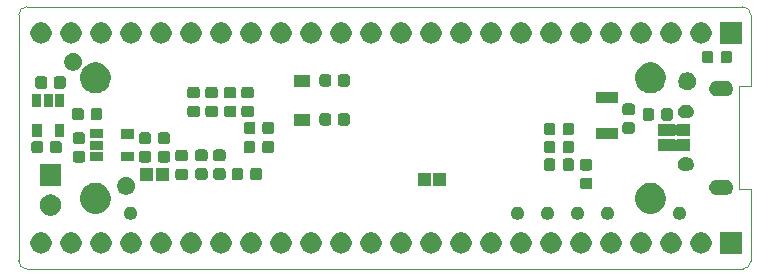
<source format=gbs>
G04 #@! TF.GenerationSoftware,KiCad,Pcbnew,(5.1.5)-3*
G04 #@! TF.CreationDate,2020-03-25T11:39:43-07:00*
G04 #@! TF.ProjectId,UPduino_v3.0,55506475-696e-46f5-9f76-332e302e6b69,3.0*
G04 #@! TF.SameCoordinates,PX5f5e100PY5f5e100*
G04 #@! TF.FileFunction,Soldermask,Bot*
G04 #@! TF.FilePolarity,Negative*
%FSLAX46Y46*%
G04 Gerber Fmt 4.6, Leading zero omitted, Abs format (unit mm)*
G04 Created by KiCad (PCBNEW (5.1.5)-3) date 2020-03-25 11:39:43*
%MOMM*%
%LPD*%
G04 APERTURE LIST*
%ADD10C,0.050000*%
%ADD11C,0.100000*%
G04 APERTURE END LIST*
D10*
X0Y21520000D02*
G75*
G02X700000Y22220000I700000J0D01*
G01*
X61300000Y22220000D02*
G75*
G02X62000000Y21520000I0J-700000D01*
G01*
X62000000Y700000D02*
G75*
G02X61300000Y0I-700000J0D01*
G01*
X700000Y0D02*
G75*
G02X0Y700000I0J700000D01*
G01*
X62000000Y6800000D02*
X61000000Y6800000D01*
X62000000Y15500000D02*
X61000000Y15500000D01*
X61000000Y6800000D02*
X61000000Y15500000D01*
X62000000Y700000D02*
X62000000Y6800000D01*
X0Y21520000D02*
X0Y700000D01*
X61300000Y22220000D02*
X700000Y22220000D01*
X62000000Y15500000D02*
X62000000Y21520000D01*
X700000Y0D02*
X61300000Y0D01*
D11*
G36*
X45190426Y3116687D02*
G01*
X45342812Y3086376D01*
X45506784Y3018456D01*
X45654354Y2919853D01*
X45779853Y2794354D01*
X45878456Y2646784D01*
X45946376Y2482812D01*
X45981000Y2308741D01*
X45981000Y2131259D01*
X45946376Y1957188D01*
X45878456Y1793216D01*
X45779853Y1645646D01*
X45654354Y1520147D01*
X45506784Y1421544D01*
X45342812Y1353624D01*
X45190426Y1323313D01*
X45168742Y1319000D01*
X44991258Y1319000D01*
X44969574Y1323313D01*
X44817188Y1353624D01*
X44653216Y1421544D01*
X44505646Y1520147D01*
X44380147Y1645646D01*
X44281544Y1793216D01*
X44213624Y1957188D01*
X44179000Y2131259D01*
X44179000Y2308741D01*
X44213624Y2482812D01*
X44281544Y2646784D01*
X44380147Y2794354D01*
X44505646Y2919853D01*
X44653216Y3018456D01*
X44817188Y3086376D01*
X44969574Y3116687D01*
X44991258Y3121000D01*
X45168742Y3121000D01*
X45190426Y3116687D01*
G37*
G36*
X61221000Y1319000D02*
G01*
X59419000Y1319000D01*
X59419000Y3121000D01*
X61221000Y3121000D01*
X61221000Y1319000D01*
G37*
G36*
X32490426Y3116687D02*
G01*
X32642812Y3086376D01*
X32806784Y3018456D01*
X32954354Y2919853D01*
X33079853Y2794354D01*
X33178456Y2646784D01*
X33246376Y2482812D01*
X33281000Y2308741D01*
X33281000Y2131259D01*
X33246376Y1957188D01*
X33178456Y1793216D01*
X33079853Y1645646D01*
X32954354Y1520147D01*
X32806784Y1421544D01*
X32642812Y1353624D01*
X32490426Y1323313D01*
X32468742Y1319000D01*
X32291258Y1319000D01*
X32269574Y1323313D01*
X32117188Y1353624D01*
X31953216Y1421544D01*
X31805646Y1520147D01*
X31680147Y1645646D01*
X31581544Y1793216D01*
X31513624Y1957188D01*
X31479000Y2131259D01*
X31479000Y2308741D01*
X31513624Y2482812D01*
X31581544Y2646784D01*
X31680147Y2794354D01*
X31805646Y2919853D01*
X31953216Y3018456D01*
X32117188Y3086376D01*
X32269574Y3116687D01*
X32291258Y3121000D01*
X32468742Y3121000D01*
X32490426Y3116687D01*
G37*
G36*
X35030426Y3116687D02*
G01*
X35182812Y3086376D01*
X35346784Y3018456D01*
X35494354Y2919853D01*
X35619853Y2794354D01*
X35718456Y2646784D01*
X35786376Y2482812D01*
X35821000Y2308741D01*
X35821000Y2131259D01*
X35786376Y1957188D01*
X35718456Y1793216D01*
X35619853Y1645646D01*
X35494354Y1520147D01*
X35346784Y1421544D01*
X35182812Y1353624D01*
X35030426Y1323313D01*
X35008742Y1319000D01*
X34831258Y1319000D01*
X34809574Y1323313D01*
X34657188Y1353624D01*
X34493216Y1421544D01*
X34345646Y1520147D01*
X34220147Y1645646D01*
X34121544Y1793216D01*
X34053624Y1957188D01*
X34019000Y2131259D01*
X34019000Y2308741D01*
X34053624Y2482812D01*
X34121544Y2646784D01*
X34220147Y2794354D01*
X34345646Y2919853D01*
X34493216Y3018456D01*
X34657188Y3086376D01*
X34809574Y3116687D01*
X34831258Y3121000D01*
X35008742Y3121000D01*
X35030426Y3116687D01*
G37*
G36*
X37570426Y3116687D02*
G01*
X37722812Y3086376D01*
X37886784Y3018456D01*
X38034354Y2919853D01*
X38159853Y2794354D01*
X38258456Y2646784D01*
X38326376Y2482812D01*
X38361000Y2308741D01*
X38361000Y2131259D01*
X38326376Y1957188D01*
X38258456Y1793216D01*
X38159853Y1645646D01*
X38034354Y1520147D01*
X37886784Y1421544D01*
X37722812Y1353624D01*
X37570426Y1323313D01*
X37548742Y1319000D01*
X37371258Y1319000D01*
X37349574Y1323313D01*
X37197188Y1353624D01*
X37033216Y1421544D01*
X36885646Y1520147D01*
X36760147Y1645646D01*
X36661544Y1793216D01*
X36593624Y1957188D01*
X36559000Y2131259D01*
X36559000Y2308741D01*
X36593624Y2482812D01*
X36661544Y2646784D01*
X36760147Y2794354D01*
X36885646Y2919853D01*
X37033216Y3018456D01*
X37197188Y3086376D01*
X37349574Y3116687D01*
X37371258Y3121000D01*
X37548742Y3121000D01*
X37570426Y3116687D01*
G37*
G36*
X40110426Y3116687D02*
G01*
X40262812Y3086376D01*
X40426784Y3018456D01*
X40574354Y2919853D01*
X40699853Y2794354D01*
X40798456Y2646784D01*
X40866376Y2482812D01*
X40901000Y2308741D01*
X40901000Y2131259D01*
X40866376Y1957188D01*
X40798456Y1793216D01*
X40699853Y1645646D01*
X40574354Y1520147D01*
X40426784Y1421544D01*
X40262812Y1353624D01*
X40110426Y1323313D01*
X40088742Y1319000D01*
X39911258Y1319000D01*
X39889574Y1323313D01*
X39737188Y1353624D01*
X39573216Y1421544D01*
X39425646Y1520147D01*
X39300147Y1645646D01*
X39201544Y1793216D01*
X39133624Y1957188D01*
X39099000Y2131259D01*
X39099000Y2308741D01*
X39133624Y2482812D01*
X39201544Y2646784D01*
X39300147Y2794354D01*
X39425646Y2919853D01*
X39573216Y3018456D01*
X39737188Y3086376D01*
X39889574Y3116687D01*
X39911258Y3121000D01*
X40088742Y3121000D01*
X40110426Y3116687D01*
G37*
G36*
X42650426Y3116687D02*
G01*
X42802812Y3086376D01*
X42966784Y3018456D01*
X43114354Y2919853D01*
X43239853Y2794354D01*
X43338456Y2646784D01*
X43406376Y2482812D01*
X43441000Y2308741D01*
X43441000Y2131259D01*
X43406376Y1957188D01*
X43338456Y1793216D01*
X43239853Y1645646D01*
X43114354Y1520147D01*
X42966784Y1421544D01*
X42802812Y1353624D01*
X42650426Y1323313D01*
X42628742Y1319000D01*
X42451258Y1319000D01*
X42429574Y1323313D01*
X42277188Y1353624D01*
X42113216Y1421544D01*
X41965646Y1520147D01*
X41840147Y1645646D01*
X41741544Y1793216D01*
X41673624Y1957188D01*
X41639000Y2131259D01*
X41639000Y2308741D01*
X41673624Y2482812D01*
X41741544Y2646784D01*
X41840147Y2794354D01*
X41965646Y2919853D01*
X42113216Y3018456D01*
X42277188Y3086376D01*
X42429574Y3116687D01*
X42451258Y3121000D01*
X42628742Y3121000D01*
X42650426Y3116687D01*
G37*
G36*
X47730426Y3116687D02*
G01*
X47882812Y3086376D01*
X48046784Y3018456D01*
X48194354Y2919853D01*
X48319853Y2794354D01*
X48418456Y2646784D01*
X48486376Y2482812D01*
X48521000Y2308741D01*
X48521000Y2131259D01*
X48486376Y1957188D01*
X48418456Y1793216D01*
X48319853Y1645646D01*
X48194354Y1520147D01*
X48046784Y1421544D01*
X47882812Y1353624D01*
X47730426Y1323313D01*
X47708742Y1319000D01*
X47531258Y1319000D01*
X47509574Y1323313D01*
X47357188Y1353624D01*
X47193216Y1421544D01*
X47045646Y1520147D01*
X46920147Y1645646D01*
X46821544Y1793216D01*
X46753624Y1957188D01*
X46719000Y2131259D01*
X46719000Y2308741D01*
X46753624Y2482812D01*
X46821544Y2646784D01*
X46920147Y2794354D01*
X47045646Y2919853D01*
X47193216Y3018456D01*
X47357188Y3086376D01*
X47509574Y3116687D01*
X47531258Y3121000D01*
X47708742Y3121000D01*
X47730426Y3116687D01*
G37*
G36*
X50270426Y3116687D02*
G01*
X50422812Y3086376D01*
X50586784Y3018456D01*
X50734354Y2919853D01*
X50859853Y2794354D01*
X50958456Y2646784D01*
X51026376Y2482812D01*
X51061000Y2308741D01*
X51061000Y2131259D01*
X51026376Y1957188D01*
X50958456Y1793216D01*
X50859853Y1645646D01*
X50734354Y1520147D01*
X50586784Y1421544D01*
X50422812Y1353624D01*
X50270426Y1323313D01*
X50248742Y1319000D01*
X50071258Y1319000D01*
X50049574Y1323313D01*
X49897188Y1353624D01*
X49733216Y1421544D01*
X49585646Y1520147D01*
X49460147Y1645646D01*
X49361544Y1793216D01*
X49293624Y1957188D01*
X49259000Y2131259D01*
X49259000Y2308741D01*
X49293624Y2482812D01*
X49361544Y2646784D01*
X49460147Y2794354D01*
X49585646Y2919853D01*
X49733216Y3018456D01*
X49897188Y3086376D01*
X50049574Y3116687D01*
X50071258Y3121000D01*
X50248742Y3121000D01*
X50270426Y3116687D01*
G37*
G36*
X52810426Y3116687D02*
G01*
X52962812Y3086376D01*
X53126784Y3018456D01*
X53274354Y2919853D01*
X53399853Y2794354D01*
X53498456Y2646784D01*
X53566376Y2482812D01*
X53601000Y2308741D01*
X53601000Y2131259D01*
X53566376Y1957188D01*
X53498456Y1793216D01*
X53399853Y1645646D01*
X53274354Y1520147D01*
X53126784Y1421544D01*
X52962812Y1353624D01*
X52810426Y1323313D01*
X52788742Y1319000D01*
X52611258Y1319000D01*
X52589574Y1323313D01*
X52437188Y1353624D01*
X52273216Y1421544D01*
X52125646Y1520147D01*
X52000147Y1645646D01*
X51901544Y1793216D01*
X51833624Y1957188D01*
X51799000Y2131259D01*
X51799000Y2308741D01*
X51833624Y2482812D01*
X51901544Y2646784D01*
X52000147Y2794354D01*
X52125646Y2919853D01*
X52273216Y3018456D01*
X52437188Y3086376D01*
X52589574Y3116687D01*
X52611258Y3121000D01*
X52788742Y3121000D01*
X52810426Y3116687D01*
G37*
G36*
X55350426Y3116687D02*
G01*
X55502812Y3086376D01*
X55666784Y3018456D01*
X55814354Y2919853D01*
X55939853Y2794354D01*
X56038456Y2646784D01*
X56106376Y2482812D01*
X56141000Y2308741D01*
X56141000Y2131259D01*
X56106376Y1957188D01*
X56038456Y1793216D01*
X55939853Y1645646D01*
X55814354Y1520147D01*
X55666784Y1421544D01*
X55502812Y1353624D01*
X55350426Y1323313D01*
X55328742Y1319000D01*
X55151258Y1319000D01*
X55129574Y1323313D01*
X54977188Y1353624D01*
X54813216Y1421544D01*
X54665646Y1520147D01*
X54540147Y1645646D01*
X54441544Y1793216D01*
X54373624Y1957188D01*
X54339000Y2131259D01*
X54339000Y2308741D01*
X54373624Y2482812D01*
X54441544Y2646784D01*
X54540147Y2794354D01*
X54665646Y2919853D01*
X54813216Y3018456D01*
X54977188Y3086376D01*
X55129574Y3116687D01*
X55151258Y3121000D01*
X55328742Y3121000D01*
X55350426Y3116687D01*
G37*
G36*
X57890426Y3116687D02*
G01*
X58042812Y3086376D01*
X58206784Y3018456D01*
X58354354Y2919853D01*
X58479853Y2794354D01*
X58578456Y2646784D01*
X58646376Y2482812D01*
X58681000Y2308741D01*
X58681000Y2131259D01*
X58646376Y1957188D01*
X58578456Y1793216D01*
X58479853Y1645646D01*
X58354354Y1520147D01*
X58206784Y1421544D01*
X58042812Y1353624D01*
X57890426Y1323313D01*
X57868742Y1319000D01*
X57691258Y1319000D01*
X57669574Y1323313D01*
X57517188Y1353624D01*
X57353216Y1421544D01*
X57205646Y1520147D01*
X57080147Y1645646D01*
X56981544Y1793216D01*
X56913624Y1957188D01*
X56879000Y2131259D01*
X56879000Y2308741D01*
X56913624Y2482812D01*
X56981544Y2646784D01*
X57080147Y2794354D01*
X57205646Y2919853D01*
X57353216Y3018456D01*
X57517188Y3086376D01*
X57669574Y3116687D01*
X57691258Y3121000D01*
X57868742Y3121000D01*
X57890426Y3116687D01*
G37*
G36*
X27410426Y3116687D02*
G01*
X27562812Y3086376D01*
X27726784Y3018456D01*
X27874354Y2919853D01*
X27999853Y2794354D01*
X28098456Y2646784D01*
X28166376Y2482812D01*
X28201000Y2308741D01*
X28201000Y2131259D01*
X28166376Y1957188D01*
X28098456Y1793216D01*
X27999853Y1645646D01*
X27874354Y1520147D01*
X27726784Y1421544D01*
X27562812Y1353624D01*
X27410426Y1323313D01*
X27388742Y1319000D01*
X27211258Y1319000D01*
X27189574Y1323313D01*
X27037188Y1353624D01*
X26873216Y1421544D01*
X26725646Y1520147D01*
X26600147Y1645646D01*
X26501544Y1793216D01*
X26433624Y1957188D01*
X26399000Y2131259D01*
X26399000Y2308741D01*
X26433624Y2482812D01*
X26501544Y2646784D01*
X26600147Y2794354D01*
X26725646Y2919853D01*
X26873216Y3018456D01*
X27037188Y3086376D01*
X27189574Y3116687D01*
X27211258Y3121000D01*
X27388742Y3121000D01*
X27410426Y3116687D01*
G37*
G36*
X2010426Y3116687D02*
G01*
X2162812Y3086376D01*
X2326784Y3018456D01*
X2474354Y2919853D01*
X2599853Y2794354D01*
X2698456Y2646784D01*
X2766376Y2482812D01*
X2801000Y2308741D01*
X2801000Y2131259D01*
X2766376Y1957188D01*
X2698456Y1793216D01*
X2599853Y1645646D01*
X2474354Y1520147D01*
X2326784Y1421544D01*
X2162812Y1353624D01*
X2010426Y1323313D01*
X1988742Y1319000D01*
X1811258Y1319000D01*
X1789574Y1323313D01*
X1637188Y1353624D01*
X1473216Y1421544D01*
X1325646Y1520147D01*
X1200147Y1645646D01*
X1101544Y1793216D01*
X1033624Y1957188D01*
X999000Y2131259D01*
X999000Y2308741D01*
X1033624Y2482812D01*
X1101544Y2646784D01*
X1200147Y2794354D01*
X1325646Y2919853D01*
X1473216Y3018456D01*
X1637188Y3086376D01*
X1789574Y3116687D01*
X1811258Y3121000D01*
X1988742Y3121000D01*
X2010426Y3116687D01*
G37*
G36*
X4550426Y3116687D02*
G01*
X4702812Y3086376D01*
X4866784Y3018456D01*
X5014354Y2919853D01*
X5139853Y2794354D01*
X5238456Y2646784D01*
X5306376Y2482812D01*
X5341000Y2308741D01*
X5341000Y2131259D01*
X5306376Y1957188D01*
X5238456Y1793216D01*
X5139853Y1645646D01*
X5014354Y1520147D01*
X4866784Y1421544D01*
X4702812Y1353624D01*
X4550426Y1323313D01*
X4528742Y1319000D01*
X4351258Y1319000D01*
X4329574Y1323313D01*
X4177188Y1353624D01*
X4013216Y1421544D01*
X3865646Y1520147D01*
X3740147Y1645646D01*
X3641544Y1793216D01*
X3573624Y1957188D01*
X3539000Y2131259D01*
X3539000Y2308741D01*
X3573624Y2482812D01*
X3641544Y2646784D01*
X3740147Y2794354D01*
X3865646Y2919853D01*
X4013216Y3018456D01*
X4177188Y3086376D01*
X4329574Y3116687D01*
X4351258Y3121000D01*
X4528742Y3121000D01*
X4550426Y3116687D01*
G37*
G36*
X7090426Y3116687D02*
G01*
X7242812Y3086376D01*
X7406784Y3018456D01*
X7554354Y2919853D01*
X7679853Y2794354D01*
X7778456Y2646784D01*
X7846376Y2482812D01*
X7881000Y2308741D01*
X7881000Y2131259D01*
X7846376Y1957188D01*
X7778456Y1793216D01*
X7679853Y1645646D01*
X7554354Y1520147D01*
X7406784Y1421544D01*
X7242812Y1353624D01*
X7090426Y1323313D01*
X7068742Y1319000D01*
X6891258Y1319000D01*
X6869574Y1323313D01*
X6717188Y1353624D01*
X6553216Y1421544D01*
X6405646Y1520147D01*
X6280147Y1645646D01*
X6181544Y1793216D01*
X6113624Y1957188D01*
X6079000Y2131259D01*
X6079000Y2308741D01*
X6113624Y2482812D01*
X6181544Y2646784D01*
X6280147Y2794354D01*
X6405646Y2919853D01*
X6553216Y3018456D01*
X6717188Y3086376D01*
X6869574Y3116687D01*
X6891258Y3121000D01*
X7068742Y3121000D01*
X7090426Y3116687D01*
G37*
G36*
X9630426Y3116687D02*
G01*
X9782812Y3086376D01*
X9946784Y3018456D01*
X10094354Y2919853D01*
X10219853Y2794354D01*
X10318456Y2646784D01*
X10386376Y2482812D01*
X10421000Y2308741D01*
X10421000Y2131259D01*
X10386376Y1957188D01*
X10318456Y1793216D01*
X10219853Y1645646D01*
X10094354Y1520147D01*
X9946784Y1421544D01*
X9782812Y1353624D01*
X9630426Y1323313D01*
X9608742Y1319000D01*
X9431258Y1319000D01*
X9409574Y1323313D01*
X9257188Y1353624D01*
X9093216Y1421544D01*
X8945646Y1520147D01*
X8820147Y1645646D01*
X8721544Y1793216D01*
X8653624Y1957188D01*
X8619000Y2131259D01*
X8619000Y2308741D01*
X8653624Y2482812D01*
X8721544Y2646784D01*
X8820147Y2794354D01*
X8945646Y2919853D01*
X9093216Y3018456D01*
X9257188Y3086376D01*
X9409574Y3116687D01*
X9431258Y3121000D01*
X9608742Y3121000D01*
X9630426Y3116687D01*
G37*
G36*
X12170426Y3116687D02*
G01*
X12322812Y3086376D01*
X12486784Y3018456D01*
X12634354Y2919853D01*
X12759853Y2794354D01*
X12858456Y2646784D01*
X12926376Y2482812D01*
X12961000Y2308741D01*
X12961000Y2131259D01*
X12926376Y1957188D01*
X12858456Y1793216D01*
X12759853Y1645646D01*
X12634354Y1520147D01*
X12486784Y1421544D01*
X12322812Y1353624D01*
X12170426Y1323313D01*
X12148742Y1319000D01*
X11971258Y1319000D01*
X11949574Y1323313D01*
X11797188Y1353624D01*
X11633216Y1421544D01*
X11485646Y1520147D01*
X11360147Y1645646D01*
X11261544Y1793216D01*
X11193624Y1957188D01*
X11159000Y2131259D01*
X11159000Y2308741D01*
X11193624Y2482812D01*
X11261544Y2646784D01*
X11360147Y2794354D01*
X11485646Y2919853D01*
X11633216Y3018456D01*
X11797188Y3086376D01*
X11949574Y3116687D01*
X11971258Y3121000D01*
X12148742Y3121000D01*
X12170426Y3116687D01*
G37*
G36*
X14710426Y3116687D02*
G01*
X14862812Y3086376D01*
X15026784Y3018456D01*
X15174354Y2919853D01*
X15299853Y2794354D01*
X15398456Y2646784D01*
X15466376Y2482812D01*
X15501000Y2308741D01*
X15501000Y2131259D01*
X15466376Y1957188D01*
X15398456Y1793216D01*
X15299853Y1645646D01*
X15174354Y1520147D01*
X15026784Y1421544D01*
X14862812Y1353624D01*
X14710426Y1323313D01*
X14688742Y1319000D01*
X14511258Y1319000D01*
X14489574Y1323313D01*
X14337188Y1353624D01*
X14173216Y1421544D01*
X14025646Y1520147D01*
X13900147Y1645646D01*
X13801544Y1793216D01*
X13733624Y1957188D01*
X13699000Y2131259D01*
X13699000Y2308741D01*
X13733624Y2482812D01*
X13801544Y2646784D01*
X13900147Y2794354D01*
X14025646Y2919853D01*
X14173216Y3018456D01*
X14337188Y3086376D01*
X14489574Y3116687D01*
X14511258Y3121000D01*
X14688742Y3121000D01*
X14710426Y3116687D01*
G37*
G36*
X17250426Y3116687D02*
G01*
X17402812Y3086376D01*
X17566784Y3018456D01*
X17714354Y2919853D01*
X17839853Y2794354D01*
X17938456Y2646784D01*
X18006376Y2482812D01*
X18041000Y2308741D01*
X18041000Y2131259D01*
X18006376Y1957188D01*
X17938456Y1793216D01*
X17839853Y1645646D01*
X17714354Y1520147D01*
X17566784Y1421544D01*
X17402812Y1353624D01*
X17250426Y1323313D01*
X17228742Y1319000D01*
X17051258Y1319000D01*
X17029574Y1323313D01*
X16877188Y1353624D01*
X16713216Y1421544D01*
X16565646Y1520147D01*
X16440147Y1645646D01*
X16341544Y1793216D01*
X16273624Y1957188D01*
X16239000Y2131259D01*
X16239000Y2308741D01*
X16273624Y2482812D01*
X16341544Y2646784D01*
X16440147Y2794354D01*
X16565646Y2919853D01*
X16713216Y3018456D01*
X16877188Y3086376D01*
X17029574Y3116687D01*
X17051258Y3121000D01*
X17228742Y3121000D01*
X17250426Y3116687D01*
G37*
G36*
X29950426Y3116687D02*
G01*
X30102812Y3086376D01*
X30266784Y3018456D01*
X30414354Y2919853D01*
X30539853Y2794354D01*
X30638456Y2646784D01*
X30706376Y2482812D01*
X30741000Y2308741D01*
X30741000Y2131259D01*
X30706376Y1957188D01*
X30638456Y1793216D01*
X30539853Y1645646D01*
X30414354Y1520147D01*
X30266784Y1421544D01*
X30102812Y1353624D01*
X29950426Y1323313D01*
X29928742Y1319000D01*
X29751258Y1319000D01*
X29729574Y1323313D01*
X29577188Y1353624D01*
X29413216Y1421544D01*
X29265646Y1520147D01*
X29140147Y1645646D01*
X29041544Y1793216D01*
X28973624Y1957188D01*
X28939000Y2131259D01*
X28939000Y2308741D01*
X28973624Y2482812D01*
X29041544Y2646784D01*
X29140147Y2794354D01*
X29265646Y2919853D01*
X29413216Y3018456D01*
X29577188Y3086376D01*
X29729574Y3116687D01*
X29751258Y3121000D01*
X29928742Y3121000D01*
X29950426Y3116687D01*
G37*
G36*
X24870426Y3116687D02*
G01*
X25022812Y3086376D01*
X25186784Y3018456D01*
X25334354Y2919853D01*
X25459853Y2794354D01*
X25558456Y2646784D01*
X25626376Y2482812D01*
X25661000Y2308741D01*
X25661000Y2131259D01*
X25626376Y1957188D01*
X25558456Y1793216D01*
X25459853Y1645646D01*
X25334354Y1520147D01*
X25186784Y1421544D01*
X25022812Y1353624D01*
X24870426Y1323313D01*
X24848742Y1319000D01*
X24671258Y1319000D01*
X24649574Y1323313D01*
X24497188Y1353624D01*
X24333216Y1421544D01*
X24185646Y1520147D01*
X24060147Y1645646D01*
X23961544Y1793216D01*
X23893624Y1957188D01*
X23859000Y2131259D01*
X23859000Y2308741D01*
X23893624Y2482812D01*
X23961544Y2646784D01*
X24060147Y2794354D01*
X24185646Y2919853D01*
X24333216Y3018456D01*
X24497188Y3086376D01*
X24649574Y3116687D01*
X24671258Y3121000D01*
X24848742Y3121000D01*
X24870426Y3116687D01*
G37*
G36*
X22330426Y3116687D02*
G01*
X22482812Y3086376D01*
X22646784Y3018456D01*
X22794354Y2919853D01*
X22919853Y2794354D01*
X23018456Y2646784D01*
X23086376Y2482812D01*
X23121000Y2308741D01*
X23121000Y2131259D01*
X23086376Y1957188D01*
X23018456Y1793216D01*
X22919853Y1645646D01*
X22794354Y1520147D01*
X22646784Y1421544D01*
X22482812Y1353624D01*
X22330426Y1323313D01*
X22308742Y1319000D01*
X22131258Y1319000D01*
X22109574Y1323313D01*
X21957188Y1353624D01*
X21793216Y1421544D01*
X21645646Y1520147D01*
X21520147Y1645646D01*
X21421544Y1793216D01*
X21353624Y1957188D01*
X21319000Y2131259D01*
X21319000Y2308741D01*
X21353624Y2482812D01*
X21421544Y2646784D01*
X21520147Y2794354D01*
X21645646Y2919853D01*
X21793216Y3018456D01*
X21957188Y3086376D01*
X22109574Y3116687D01*
X22131258Y3121000D01*
X22308742Y3121000D01*
X22330426Y3116687D01*
G37*
G36*
X19790426Y3116687D02*
G01*
X19942812Y3086376D01*
X20106784Y3018456D01*
X20254354Y2919853D01*
X20379853Y2794354D01*
X20478456Y2646784D01*
X20546376Y2482812D01*
X20581000Y2308741D01*
X20581000Y2131259D01*
X20546376Y1957188D01*
X20478456Y1793216D01*
X20379853Y1645646D01*
X20254354Y1520147D01*
X20106784Y1421544D01*
X19942812Y1353624D01*
X19790426Y1323313D01*
X19768742Y1319000D01*
X19591258Y1319000D01*
X19569574Y1323313D01*
X19417188Y1353624D01*
X19253216Y1421544D01*
X19105646Y1520147D01*
X18980147Y1645646D01*
X18881544Y1793216D01*
X18813624Y1957188D01*
X18779000Y2131259D01*
X18779000Y2308741D01*
X18813624Y2482812D01*
X18881544Y2646784D01*
X18980147Y2794354D01*
X19105646Y2919853D01*
X19253216Y3018456D01*
X19417188Y3086376D01*
X19569574Y3116687D01*
X19591258Y3121000D01*
X19768742Y3121000D01*
X19790426Y3116687D01*
G37*
G36*
X42400719Y5279826D02*
G01*
X42400722Y5279825D01*
X42400721Y5279825D01*
X42500996Y5238290D01*
X42591242Y5177990D01*
X42667990Y5101242D01*
X42728290Y5010996D01*
X42737216Y4989447D01*
X42769826Y4910719D01*
X42791000Y4804270D01*
X42791000Y4695730D01*
X42769826Y4589281D01*
X42769825Y4589279D01*
X42728290Y4489004D01*
X42667990Y4398758D01*
X42591242Y4322010D01*
X42500996Y4261710D01*
X42430090Y4232340D01*
X42400719Y4220174D01*
X42294270Y4199000D01*
X42185730Y4199000D01*
X42079281Y4220174D01*
X42049910Y4232340D01*
X41979004Y4261710D01*
X41888758Y4322010D01*
X41812010Y4398758D01*
X41751710Y4489004D01*
X41710175Y4589279D01*
X41710174Y4589281D01*
X41689000Y4695730D01*
X41689000Y4804270D01*
X41710174Y4910719D01*
X41742784Y4989447D01*
X41751710Y5010996D01*
X41812010Y5101242D01*
X41888758Y5177990D01*
X41979004Y5238290D01*
X42079279Y5279825D01*
X42079278Y5279825D01*
X42079281Y5279826D01*
X42185730Y5301000D01*
X42294270Y5301000D01*
X42400719Y5279826D01*
G37*
G36*
X9634719Y5279826D02*
G01*
X9634722Y5279825D01*
X9634721Y5279825D01*
X9734996Y5238290D01*
X9825242Y5177990D01*
X9901990Y5101242D01*
X9962290Y5010996D01*
X9971216Y4989447D01*
X10003826Y4910719D01*
X10025000Y4804270D01*
X10025000Y4695730D01*
X10003826Y4589281D01*
X10003825Y4589279D01*
X9962290Y4489004D01*
X9901990Y4398758D01*
X9825242Y4322010D01*
X9734996Y4261710D01*
X9664090Y4232340D01*
X9634719Y4220174D01*
X9528270Y4199000D01*
X9419730Y4199000D01*
X9313281Y4220174D01*
X9283910Y4232340D01*
X9213004Y4261710D01*
X9122758Y4322010D01*
X9046010Y4398758D01*
X8985710Y4489004D01*
X8944175Y4589279D01*
X8944174Y4589281D01*
X8923000Y4695730D01*
X8923000Y4804270D01*
X8944174Y4910719D01*
X8976784Y4989447D01*
X8985710Y5010996D01*
X9046010Y5101242D01*
X9122758Y5177990D01*
X9213004Y5238290D01*
X9313279Y5279825D01*
X9313278Y5279825D01*
X9313281Y5279826D01*
X9419730Y5301000D01*
X9528270Y5301000D01*
X9634719Y5279826D01*
G37*
G36*
X50020719Y5279826D02*
G01*
X50020722Y5279825D01*
X50020721Y5279825D01*
X50120996Y5238290D01*
X50211242Y5177990D01*
X50287990Y5101242D01*
X50348290Y5010996D01*
X50357216Y4989447D01*
X50389826Y4910719D01*
X50411000Y4804270D01*
X50411000Y4695730D01*
X50389826Y4589281D01*
X50389825Y4589279D01*
X50348290Y4489004D01*
X50287990Y4398758D01*
X50211242Y4322010D01*
X50120996Y4261710D01*
X50050090Y4232340D01*
X50020719Y4220174D01*
X49914270Y4199000D01*
X49805730Y4199000D01*
X49699281Y4220174D01*
X49669910Y4232340D01*
X49599004Y4261710D01*
X49508758Y4322010D01*
X49432010Y4398758D01*
X49371710Y4489004D01*
X49330175Y4589279D01*
X49330174Y4589281D01*
X49309000Y4695730D01*
X49309000Y4804270D01*
X49330174Y4910719D01*
X49362784Y4989447D01*
X49371710Y5010996D01*
X49432010Y5101242D01*
X49508758Y5177990D01*
X49599004Y5238290D01*
X49699279Y5279825D01*
X49699278Y5279825D01*
X49699281Y5279826D01*
X49805730Y5301000D01*
X49914270Y5301000D01*
X50020719Y5279826D01*
G37*
G36*
X56116719Y5279826D02*
G01*
X56116722Y5279825D01*
X56116721Y5279825D01*
X56216996Y5238290D01*
X56307242Y5177990D01*
X56383990Y5101242D01*
X56444290Y5010996D01*
X56453216Y4989447D01*
X56485826Y4910719D01*
X56507000Y4804270D01*
X56507000Y4695730D01*
X56485826Y4589281D01*
X56485825Y4589279D01*
X56444290Y4489004D01*
X56383990Y4398758D01*
X56307242Y4322010D01*
X56216996Y4261710D01*
X56146090Y4232340D01*
X56116719Y4220174D01*
X56010270Y4199000D01*
X55901730Y4199000D01*
X55795281Y4220174D01*
X55765910Y4232340D01*
X55695004Y4261710D01*
X55604758Y4322010D01*
X55528010Y4398758D01*
X55467710Y4489004D01*
X55426175Y4589279D01*
X55426174Y4589281D01*
X55405000Y4695730D01*
X55405000Y4804270D01*
X55426174Y4910719D01*
X55458784Y4989447D01*
X55467710Y5010996D01*
X55528010Y5101242D01*
X55604758Y5177990D01*
X55695004Y5238290D01*
X55795279Y5279825D01*
X55795278Y5279825D01*
X55795281Y5279826D01*
X55901730Y5301000D01*
X56010270Y5301000D01*
X56116719Y5279826D01*
G37*
G36*
X47480719Y5279826D02*
G01*
X47480722Y5279825D01*
X47480721Y5279825D01*
X47580996Y5238290D01*
X47671242Y5177990D01*
X47747990Y5101242D01*
X47808290Y5010996D01*
X47817216Y4989447D01*
X47849826Y4910719D01*
X47871000Y4804270D01*
X47871000Y4695730D01*
X47849826Y4589281D01*
X47849825Y4589279D01*
X47808290Y4489004D01*
X47747990Y4398758D01*
X47671242Y4322010D01*
X47580996Y4261710D01*
X47510090Y4232340D01*
X47480719Y4220174D01*
X47374270Y4199000D01*
X47265730Y4199000D01*
X47159281Y4220174D01*
X47129910Y4232340D01*
X47059004Y4261710D01*
X46968758Y4322010D01*
X46892010Y4398758D01*
X46831710Y4489004D01*
X46790175Y4589279D01*
X46790174Y4589281D01*
X46769000Y4695730D01*
X46769000Y4804270D01*
X46790174Y4910719D01*
X46822784Y4989447D01*
X46831710Y5010996D01*
X46892010Y5101242D01*
X46968758Y5177990D01*
X47059004Y5238290D01*
X47159279Y5279825D01*
X47159278Y5279825D01*
X47159281Y5279826D01*
X47265730Y5301000D01*
X47374270Y5301000D01*
X47480719Y5279826D01*
G37*
G36*
X44940719Y5279826D02*
G01*
X44940722Y5279825D01*
X44940721Y5279825D01*
X45040996Y5238290D01*
X45131242Y5177990D01*
X45207990Y5101242D01*
X45268290Y5010996D01*
X45277216Y4989447D01*
X45309826Y4910719D01*
X45331000Y4804270D01*
X45331000Y4695730D01*
X45309826Y4589281D01*
X45309825Y4589279D01*
X45268290Y4489004D01*
X45207990Y4398758D01*
X45131242Y4322010D01*
X45040996Y4261710D01*
X44970090Y4232340D01*
X44940719Y4220174D01*
X44834270Y4199000D01*
X44725730Y4199000D01*
X44619281Y4220174D01*
X44589910Y4232340D01*
X44519004Y4261710D01*
X44428758Y4322010D01*
X44352010Y4398758D01*
X44291710Y4489004D01*
X44250175Y4589279D01*
X44250174Y4589281D01*
X44229000Y4695730D01*
X44229000Y4804270D01*
X44250174Y4910719D01*
X44282784Y4989447D01*
X44291710Y5010996D01*
X44352010Y5101242D01*
X44428758Y5177990D01*
X44519004Y5238290D01*
X44619279Y5279825D01*
X44619278Y5279825D01*
X44619281Y5279826D01*
X44725730Y5301000D01*
X44834270Y5301000D01*
X44940719Y5279826D01*
G37*
G36*
X2810426Y6316687D02*
G01*
X2962812Y6286376D01*
X3126784Y6218456D01*
X3274354Y6119853D01*
X3399853Y5994354D01*
X3498456Y5846784D01*
X3566376Y5682812D01*
X3601000Y5508741D01*
X3601000Y5331259D01*
X3566376Y5157188D01*
X3498456Y4993216D01*
X3399853Y4845646D01*
X3274354Y4720147D01*
X3126784Y4621544D01*
X2962812Y4553624D01*
X2810426Y4523313D01*
X2788742Y4519000D01*
X2611258Y4519000D01*
X2589574Y4523313D01*
X2437188Y4553624D01*
X2273216Y4621544D01*
X2125646Y4720147D01*
X2000147Y4845646D01*
X1901544Y4993216D01*
X1833624Y5157188D01*
X1799000Y5331259D01*
X1799000Y5508741D01*
X1833624Y5682812D01*
X1901544Y5846784D01*
X2000147Y5994354D01*
X2125646Y6119853D01*
X2273216Y6218456D01*
X2437188Y6286376D01*
X2589574Y6316687D01*
X2611258Y6321000D01*
X2788742Y6321000D01*
X2810426Y6316687D01*
G37*
G36*
X6879486Y7251004D02*
G01*
X6879489Y7251003D01*
X6879488Y7251003D01*
X7116255Y7152931D01*
X7159748Y7123870D01*
X7329338Y7010554D01*
X7510554Y6829338D01*
X7522705Y6811152D01*
X7607220Y6684667D01*
X7652932Y6616253D01*
X7751004Y6379486D01*
X7801000Y6128139D01*
X7801000Y5871861D01*
X7751004Y5620514D01*
X7704706Y5508741D01*
X7652931Y5383745D01*
X7510553Y5170661D01*
X7329339Y4989447D01*
X7116255Y4847069D01*
X7116254Y4847068D01*
X7116253Y4847068D01*
X6879486Y4748996D01*
X6628139Y4699000D01*
X6371861Y4699000D01*
X6120514Y4748996D01*
X5883747Y4847068D01*
X5883746Y4847068D01*
X5883745Y4847069D01*
X5670661Y4989447D01*
X5489447Y5170661D01*
X5347069Y5383745D01*
X5295294Y5508741D01*
X5248996Y5620514D01*
X5199000Y5871861D01*
X5199000Y6128139D01*
X5248996Y6379486D01*
X5347068Y6616253D01*
X5392781Y6684667D01*
X5477295Y6811152D01*
X5489446Y6829338D01*
X5670662Y7010554D01*
X5840252Y7123870D01*
X5883745Y7152931D01*
X6120512Y7251003D01*
X6120511Y7251003D01*
X6120514Y7251004D01*
X6371861Y7301000D01*
X6628139Y7301000D01*
X6879486Y7251004D01*
G37*
G36*
X53879486Y7251004D02*
G01*
X53879489Y7251003D01*
X53879488Y7251003D01*
X54116255Y7152931D01*
X54159748Y7123870D01*
X54329338Y7010554D01*
X54510554Y6829338D01*
X54522705Y6811152D01*
X54607220Y6684667D01*
X54652932Y6616253D01*
X54751004Y6379486D01*
X54801000Y6128139D01*
X54801000Y5871861D01*
X54751004Y5620514D01*
X54704706Y5508741D01*
X54652931Y5383745D01*
X54510553Y5170661D01*
X54329339Y4989447D01*
X54116255Y4847069D01*
X54116254Y4847068D01*
X54116253Y4847068D01*
X53879486Y4748996D01*
X53628139Y4699000D01*
X53371861Y4699000D01*
X53120514Y4748996D01*
X52883747Y4847068D01*
X52883746Y4847068D01*
X52883745Y4847069D01*
X52670661Y4989447D01*
X52489447Y5170661D01*
X52347069Y5383745D01*
X52295294Y5508741D01*
X52248996Y5620514D01*
X52199000Y5871861D01*
X52199000Y6128139D01*
X52248996Y6379486D01*
X52347068Y6616253D01*
X52392781Y6684667D01*
X52477295Y6811152D01*
X52489446Y6829338D01*
X52670662Y7010554D01*
X52840252Y7123870D01*
X52883745Y7152931D01*
X53120512Y7251003D01*
X53120511Y7251003D01*
X53120514Y7251004D01*
X53371861Y7301000D01*
X53628139Y7301000D01*
X53879486Y7251004D01*
G37*
G36*
X59952618Y7576580D02*
G01*
X60075333Y7539355D01*
X60188424Y7478907D01*
X60287553Y7397553D01*
X60368907Y7298424D01*
X60429355Y7185333D01*
X60466580Y7062618D01*
X60479149Y6935000D01*
X60466580Y6807382D01*
X60429355Y6684667D01*
X60368907Y6571576D01*
X60287553Y6472447D01*
X60188424Y6391093D01*
X60075333Y6330645D01*
X59952618Y6293420D01*
X59856975Y6284000D01*
X59093025Y6284000D01*
X58997382Y6293420D01*
X58874667Y6330645D01*
X58761576Y6391093D01*
X58662447Y6472447D01*
X58581093Y6571576D01*
X58520645Y6684667D01*
X58483420Y6807382D01*
X58470851Y6935000D01*
X58483420Y7062618D01*
X58520645Y7185333D01*
X58581093Y7298424D01*
X58662447Y7397553D01*
X58761576Y7478907D01*
X58874667Y7539355D01*
X58997382Y7576580D01*
X59093025Y7586000D01*
X59856975Y7586000D01*
X59952618Y7576580D01*
G37*
G36*
X9318765Y7771179D02*
G01*
X9455257Y7714642D01*
X9578096Y7632564D01*
X9682564Y7528096D01*
X9764642Y7405257D01*
X9821179Y7268765D01*
X9850000Y7123870D01*
X9850000Y6976130D01*
X9821179Y6831235D01*
X9764642Y6694743D01*
X9682564Y6571904D01*
X9578096Y6467436D01*
X9455257Y6385358D01*
X9318765Y6328821D01*
X9173870Y6300000D01*
X9026130Y6300000D01*
X8881235Y6328821D01*
X8744743Y6385358D01*
X8621904Y6467436D01*
X8517436Y6571904D01*
X8435358Y6694743D01*
X8378821Y6831235D01*
X8350000Y6976130D01*
X8350000Y7123870D01*
X8378821Y7268765D01*
X8435358Y7405257D01*
X8517436Y7528096D01*
X8621904Y7632564D01*
X8744743Y7714642D01*
X8881235Y7771179D01*
X9026130Y7800000D01*
X9173870Y7800000D01*
X9318765Y7771179D01*
G37*
G36*
X48399477Y7746550D02*
G01*
X48440559Y7734088D01*
X48478424Y7713848D01*
X48511612Y7686612D01*
X48538848Y7653424D01*
X48559088Y7615559D01*
X48571550Y7574477D01*
X48576000Y7529296D01*
X48576000Y6995704D01*
X48571550Y6950523D01*
X48559088Y6909441D01*
X48538848Y6871576D01*
X48511612Y6838388D01*
X48478424Y6811152D01*
X48440559Y6790912D01*
X48399477Y6778450D01*
X48354296Y6774000D01*
X47745704Y6774000D01*
X47700523Y6778450D01*
X47659441Y6790912D01*
X47621576Y6811152D01*
X47588388Y6838388D01*
X47561152Y6871576D01*
X47540912Y6909441D01*
X47528450Y6950523D01*
X47524000Y6995704D01*
X47524000Y7529296D01*
X47528450Y7574477D01*
X47540912Y7615559D01*
X47561152Y7653424D01*
X47588388Y7686612D01*
X47621576Y7713848D01*
X47659441Y7734088D01*
X47700523Y7746550D01*
X47745704Y7751000D01*
X48354296Y7751000D01*
X48399477Y7746550D01*
G37*
G36*
X34901000Y7049000D02*
G01*
X33799000Y7049000D01*
X33799000Y8151000D01*
X34901000Y8151000D01*
X34901000Y7049000D01*
G37*
G36*
X36201000Y7049000D02*
G01*
X35099000Y7049000D01*
X35099000Y8151000D01*
X36201000Y8151000D01*
X36201000Y7049000D01*
G37*
G36*
X3601000Y7059000D02*
G01*
X1799000Y7059000D01*
X1799000Y8861000D01*
X3601000Y8861000D01*
X3601000Y7059000D01*
G37*
G36*
X11407000Y7501000D02*
G01*
X10305000Y7501000D01*
X10305000Y8603000D01*
X11407000Y8603000D01*
X11407000Y7501000D01*
G37*
G36*
X12707000Y7501000D02*
G01*
X11605000Y7501000D01*
X11605000Y8603000D01*
X12707000Y8603000D01*
X12707000Y7501000D01*
G37*
G36*
X18840977Y8573550D02*
G01*
X18882059Y8561088D01*
X18919924Y8540848D01*
X18953112Y8513612D01*
X18980348Y8480424D01*
X19000588Y8442559D01*
X19013050Y8401477D01*
X19017500Y8356296D01*
X19017500Y7747704D01*
X19013050Y7702523D01*
X19000588Y7661441D01*
X18980348Y7623576D01*
X18953112Y7590388D01*
X18919924Y7563152D01*
X18882059Y7542912D01*
X18840977Y7530450D01*
X18795796Y7526000D01*
X18262204Y7526000D01*
X18217023Y7530450D01*
X18175941Y7542912D01*
X18138076Y7563152D01*
X18104888Y7590388D01*
X18077652Y7623576D01*
X18057412Y7661441D01*
X18044950Y7702523D01*
X18040500Y7747704D01*
X18040500Y8356296D01*
X18044950Y8401477D01*
X18057412Y8442559D01*
X18077652Y8480424D01*
X18104888Y8513612D01*
X18138076Y8540848D01*
X18175941Y8561088D01*
X18217023Y8573550D01*
X18262204Y8578000D01*
X18795796Y8578000D01*
X18840977Y8573550D01*
G37*
G36*
X20415977Y8573550D02*
G01*
X20457059Y8561088D01*
X20494924Y8540848D01*
X20528112Y8513612D01*
X20555348Y8480424D01*
X20575588Y8442559D01*
X20588050Y8401477D01*
X20592500Y8356296D01*
X20592500Y7747704D01*
X20588050Y7702523D01*
X20575588Y7661441D01*
X20555348Y7623576D01*
X20528112Y7590388D01*
X20494924Y7563152D01*
X20457059Y7542912D01*
X20415977Y7530450D01*
X20370796Y7526000D01*
X19837204Y7526000D01*
X19792023Y7530450D01*
X19750941Y7542912D01*
X19713076Y7563152D01*
X19679888Y7590388D01*
X19652652Y7623576D01*
X19632412Y7661441D01*
X19619950Y7702523D01*
X19615500Y7747704D01*
X19615500Y8356296D01*
X19619950Y8401477D01*
X19632412Y8442559D01*
X19652652Y8480424D01*
X19679888Y8513612D01*
X19713076Y8540848D01*
X19750941Y8561088D01*
X19792023Y8573550D01*
X19837204Y8578000D01*
X20370796Y8578000D01*
X20415977Y8573550D01*
G37*
G36*
X14141477Y8510550D02*
G01*
X14182559Y8498088D01*
X14220424Y8477848D01*
X14253612Y8450612D01*
X14280848Y8417424D01*
X14301088Y8379559D01*
X14313550Y8338477D01*
X14318000Y8293296D01*
X14318000Y7759704D01*
X14313550Y7714523D01*
X14301088Y7673441D01*
X14280848Y7635576D01*
X14253612Y7602388D01*
X14220424Y7575152D01*
X14182559Y7554912D01*
X14141477Y7542450D01*
X14096296Y7538000D01*
X13487704Y7538000D01*
X13442523Y7542450D01*
X13401441Y7554912D01*
X13363576Y7575152D01*
X13330388Y7602388D01*
X13303152Y7635576D01*
X13282912Y7673441D01*
X13270450Y7714523D01*
X13266000Y7759704D01*
X13266000Y8293296D01*
X13270450Y8338477D01*
X13282912Y8379559D01*
X13303152Y8417424D01*
X13330388Y8450612D01*
X13363576Y8477848D01*
X13401441Y8498088D01*
X13442523Y8510550D01*
X13487704Y8515000D01*
X14096296Y8515000D01*
X14141477Y8510550D01*
G37*
G36*
X17341877Y8551550D02*
G01*
X17382959Y8539088D01*
X17420824Y8518848D01*
X17454012Y8491612D01*
X17481248Y8458424D01*
X17501488Y8420559D01*
X17513950Y8379477D01*
X17518400Y8334296D01*
X17518400Y7800704D01*
X17513950Y7755523D01*
X17501488Y7714441D01*
X17481248Y7676576D01*
X17454012Y7643388D01*
X17420824Y7616152D01*
X17382959Y7595912D01*
X17341877Y7583450D01*
X17296696Y7579000D01*
X16688104Y7579000D01*
X16642923Y7583450D01*
X16601841Y7595912D01*
X16563976Y7616152D01*
X16530788Y7643388D01*
X16503552Y7676576D01*
X16483312Y7714441D01*
X16470850Y7755523D01*
X16466400Y7800704D01*
X16466400Y8334296D01*
X16470850Y8379477D01*
X16483312Y8420559D01*
X16503552Y8458424D01*
X16530788Y8491612D01*
X16563976Y8518848D01*
X16601841Y8539088D01*
X16642923Y8551550D01*
X16688104Y8556000D01*
X17296696Y8556000D01*
X17341877Y8551550D01*
G37*
G36*
X15817877Y8551550D02*
G01*
X15858959Y8539088D01*
X15896824Y8518848D01*
X15930012Y8491612D01*
X15957248Y8458424D01*
X15977488Y8420559D01*
X15989950Y8379477D01*
X15994400Y8334296D01*
X15994400Y7800704D01*
X15989950Y7755523D01*
X15977488Y7714441D01*
X15957248Y7676576D01*
X15930012Y7643388D01*
X15896824Y7616152D01*
X15858959Y7595912D01*
X15817877Y7583450D01*
X15772696Y7579000D01*
X15164104Y7579000D01*
X15118923Y7583450D01*
X15077841Y7595912D01*
X15039976Y7616152D01*
X15006788Y7643388D01*
X14979552Y7676576D01*
X14959312Y7714441D01*
X14946850Y7755523D01*
X14942400Y7800704D01*
X14942400Y8334296D01*
X14946850Y8379477D01*
X14959312Y8420559D01*
X14979552Y8458424D01*
X15006788Y8491612D01*
X15039976Y8518848D01*
X15077841Y8539088D01*
X15118923Y8551550D01*
X15164104Y8556000D01*
X15772696Y8556000D01*
X15817877Y8551550D01*
G37*
G36*
X56687916Y9452666D02*
G01*
X56796492Y9419729D01*
X56896557Y9366244D01*
X56984264Y9294264D01*
X57056244Y9206557D01*
X57109729Y9106492D01*
X57142666Y8997916D01*
X57153787Y8885000D01*
X57142666Y8772084D01*
X57109729Y8663508D01*
X57056244Y8563443D01*
X56984264Y8475736D01*
X56896557Y8403756D01*
X56796492Y8350271D01*
X56687916Y8317334D01*
X56603298Y8309000D01*
X56346702Y8309000D01*
X56262084Y8317334D01*
X56153508Y8350271D01*
X56053443Y8403756D01*
X55965736Y8475736D01*
X55893756Y8563443D01*
X55840271Y8663508D01*
X55807334Y8772084D01*
X55796213Y8885000D01*
X55807334Y8997916D01*
X55840271Y9106492D01*
X55893756Y9206557D01*
X55965736Y9294264D01*
X56053443Y9366244D01*
X56153508Y9419729D01*
X56262084Y9452666D01*
X56346702Y9461000D01*
X56603298Y9461000D01*
X56687916Y9452666D01*
G37*
G36*
X46849477Y9371550D02*
G01*
X46890559Y9359088D01*
X46928424Y9338848D01*
X46961612Y9311612D01*
X46988848Y9278424D01*
X47009088Y9240559D01*
X47021550Y9199477D01*
X47026000Y9154296D01*
X47026000Y8545704D01*
X47021550Y8500523D01*
X47009088Y8459441D01*
X46988848Y8421576D01*
X46961612Y8388388D01*
X46928424Y8361152D01*
X46890559Y8340912D01*
X46849477Y8328450D01*
X46804296Y8324000D01*
X46270704Y8324000D01*
X46225523Y8328450D01*
X46184441Y8340912D01*
X46146576Y8361152D01*
X46113388Y8388388D01*
X46086152Y8421576D01*
X46065912Y8459441D01*
X46053450Y8500523D01*
X46049000Y8545704D01*
X46049000Y9154296D01*
X46053450Y9199477D01*
X46065912Y9240559D01*
X46086152Y9278424D01*
X46113388Y9311612D01*
X46146576Y9338848D01*
X46184441Y9359088D01*
X46225523Y9371550D01*
X46270704Y9376000D01*
X46804296Y9376000D01*
X46849477Y9371550D01*
G37*
G36*
X45274477Y9371550D02*
G01*
X45315559Y9359088D01*
X45353424Y9338848D01*
X45386612Y9311612D01*
X45413848Y9278424D01*
X45434088Y9240559D01*
X45446550Y9199477D01*
X45451000Y9154296D01*
X45451000Y8545704D01*
X45446550Y8500523D01*
X45434088Y8459441D01*
X45413848Y8421576D01*
X45386612Y8388388D01*
X45353424Y8361152D01*
X45315559Y8340912D01*
X45274477Y8328450D01*
X45229296Y8324000D01*
X44695704Y8324000D01*
X44650523Y8328450D01*
X44609441Y8340912D01*
X44571576Y8361152D01*
X44538388Y8388388D01*
X44511152Y8421576D01*
X44490912Y8459441D01*
X44478450Y8500523D01*
X44474000Y8545704D01*
X44474000Y9154296D01*
X44478450Y9199477D01*
X44490912Y9240559D01*
X44511152Y9278424D01*
X44538388Y9311612D01*
X44571576Y9338848D01*
X44609441Y9359088D01*
X44650523Y9371550D01*
X44695704Y9376000D01*
X45229296Y9376000D01*
X45274477Y9371550D01*
G37*
G36*
X48399477Y9321550D02*
G01*
X48440559Y9309088D01*
X48478424Y9288848D01*
X48511612Y9261612D01*
X48538848Y9228424D01*
X48559088Y9190559D01*
X48571550Y9149477D01*
X48576000Y9104296D01*
X48576000Y8570704D01*
X48571550Y8525523D01*
X48559088Y8484441D01*
X48538848Y8446576D01*
X48511612Y8413388D01*
X48478424Y8386152D01*
X48440559Y8365912D01*
X48399477Y8353450D01*
X48354296Y8349000D01*
X47745704Y8349000D01*
X47700523Y8353450D01*
X47659441Y8365912D01*
X47621576Y8386152D01*
X47588388Y8413388D01*
X47561152Y8446576D01*
X47540912Y8484441D01*
X47528450Y8525523D01*
X47524000Y8570704D01*
X47524000Y9104296D01*
X47528450Y9149477D01*
X47540912Y9190559D01*
X47561152Y9228424D01*
X47588388Y9261612D01*
X47621576Y9288848D01*
X47659441Y9309088D01*
X47700523Y9321550D01*
X47745704Y9326000D01*
X48354296Y9326000D01*
X48399477Y9321550D01*
G37*
G36*
X5449477Y9996550D02*
G01*
X5490559Y9984088D01*
X5528424Y9963848D01*
X5561612Y9936612D01*
X5588848Y9903424D01*
X5609088Y9865559D01*
X5621550Y9824477D01*
X5626000Y9779296D01*
X5626000Y9245704D01*
X5621550Y9200523D01*
X5609088Y9159441D01*
X5588848Y9121576D01*
X5561612Y9088388D01*
X5528424Y9061152D01*
X5490559Y9040912D01*
X5449477Y9028450D01*
X5404296Y9024000D01*
X4795704Y9024000D01*
X4750523Y9028450D01*
X4709441Y9040912D01*
X4671576Y9061152D01*
X4638388Y9088388D01*
X4611152Y9121576D01*
X4590912Y9159441D01*
X4578450Y9200523D01*
X4574000Y9245704D01*
X4574000Y9779296D01*
X4578450Y9824477D01*
X4590912Y9865559D01*
X4611152Y9903424D01*
X4638388Y9936612D01*
X4671576Y9963848D01*
X4709441Y9984088D01*
X4750523Y9996550D01*
X4795704Y10001000D01*
X5404296Y10001000D01*
X5449477Y9996550D01*
G37*
G36*
X11049477Y9996550D02*
G01*
X11090559Y9984088D01*
X11128424Y9963848D01*
X11161612Y9936612D01*
X11188848Y9903424D01*
X11209088Y9865559D01*
X11221550Y9824477D01*
X11226000Y9779296D01*
X11226000Y9245704D01*
X11221550Y9200523D01*
X11209088Y9159441D01*
X11188848Y9121576D01*
X11161612Y9088388D01*
X11128424Y9061152D01*
X11090559Y9040912D01*
X11049477Y9028450D01*
X11004296Y9024000D01*
X10395704Y9024000D01*
X10350523Y9028450D01*
X10309441Y9040912D01*
X10271576Y9061152D01*
X10238388Y9088388D01*
X10211152Y9121576D01*
X10190912Y9159441D01*
X10178450Y9200523D01*
X10174000Y9245704D01*
X10174000Y9779296D01*
X10178450Y9824477D01*
X10190912Y9865559D01*
X10211152Y9903424D01*
X10238388Y9936612D01*
X10271576Y9963848D01*
X10309441Y9984088D01*
X10350523Y9996550D01*
X10395704Y10001000D01*
X11004296Y10001000D01*
X11049477Y9996550D01*
G37*
G36*
X12649477Y9996550D02*
G01*
X12690559Y9984088D01*
X12728424Y9963848D01*
X12761612Y9936612D01*
X12788848Y9903424D01*
X12809088Y9865559D01*
X12821550Y9824477D01*
X12826000Y9779296D01*
X12826000Y9245704D01*
X12821550Y9200523D01*
X12809088Y9159441D01*
X12788848Y9121576D01*
X12761612Y9088388D01*
X12728424Y9061152D01*
X12690559Y9040912D01*
X12649477Y9028450D01*
X12604296Y9024000D01*
X11995704Y9024000D01*
X11950523Y9028450D01*
X11909441Y9040912D01*
X11871576Y9061152D01*
X11838388Y9088388D01*
X11811152Y9121576D01*
X11790912Y9159441D01*
X11778450Y9200523D01*
X11774000Y9245704D01*
X11774000Y9779296D01*
X11778450Y9824477D01*
X11790912Y9865559D01*
X11811152Y9903424D01*
X11838388Y9936612D01*
X11871576Y9963848D01*
X11909441Y9984088D01*
X11950523Y9996550D01*
X11995704Y10001000D01*
X12604296Y10001000D01*
X12649477Y9996550D01*
G37*
G36*
X14141477Y10085550D02*
G01*
X14182559Y10073088D01*
X14220424Y10052848D01*
X14253612Y10025612D01*
X14280848Y9992424D01*
X14301088Y9954559D01*
X14313550Y9913477D01*
X14318000Y9868296D01*
X14318000Y9334704D01*
X14313550Y9289523D01*
X14301088Y9248441D01*
X14280848Y9210576D01*
X14253612Y9177388D01*
X14220424Y9150152D01*
X14182559Y9129912D01*
X14141477Y9117450D01*
X14096296Y9113000D01*
X13487704Y9113000D01*
X13442523Y9117450D01*
X13401441Y9129912D01*
X13363576Y9150152D01*
X13330388Y9177388D01*
X13303152Y9210576D01*
X13282912Y9248441D01*
X13270450Y9289523D01*
X13266000Y9334704D01*
X13266000Y9868296D01*
X13270450Y9913477D01*
X13282912Y9954559D01*
X13303152Y9992424D01*
X13330388Y10025612D01*
X13363576Y10052848D01*
X13401441Y10073088D01*
X13442523Y10085550D01*
X13487704Y10090000D01*
X14096296Y10090000D01*
X14141477Y10085550D01*
G37*
G36*
X9751000Y9149000D02*
G01*
X8649000Y9149000D01*
X8649000Y9951000D01*
X9751000Y9951000D01*
X9751000Y9149000D01*
G37*
G36*
X15817877Y10126550D02*
G01*
X15858959Y10114088D01*
X15896824Y10093848D01*
X15930012Y10066612D01*
X15957248Y10033424D01*
X15977488Y9995559D01*
X15989950Y9954477D01*
X15994400Y9909296D01*
X15994400Y9375704D01*
X15989950Y9330523D01*
X15977488Y9289441D01*
X15957248Y9251576D01*
X15930012Y9218388D01*
X15896824Y9191152D01*
X15858959Y9170912D01*
X15817877Y9158450D01*
X15772696Y9154000D01*
X15164104Y9154000D01*
X15118923Y9158450D01*
X15077841Y9170912D01*
X15039976Y9191152D01*
X15006788Y9218388D01*
X14979552Y9251576D01*
X14959312Y9289441D01*
X14946850Y9330523D01*
X14942400Y9375704D01*
X14942400Y9909296D01*
X14946850Y9954477D01*
X14959312Y9995559D01*
X14979552Y10033424D01*
X15006788Y10066612D01*
X15039976Y10093848D01*
X15077841Y10114088D01*
X15118923Y10126550D01*
X15164104Y10131000D01*
X15772696Y10131000D01*
X15817877Y10126550D01*
G37*
G36*
X17341877Y10126550D02*
G01*
X17382959Y10114088D01*
X17420824Y10093848D01*
X17454012Y10066612D01*
X17481248Y10033424D01*
X17501488Y9995559D01*
X17513950Y9954477D01*
X17518400Y9909296D01*
X17518400Y9375704D01*
X17513950Y9330523D01*
X17501488Y9289441D01*
X17481248Y9251576D01*
X17454012Y9218388D01*
X17420824Y9191152D01*
X17382959Y9170912D01*
X17341877Y9158450D01*
X17296696Y9154000D01*
X16688104Y9154000D01*
X16642923Y9158450D01*
X16601841Y9170912D01*
X16563976Y9191152D01*
X16530788Y9218388D01*
X16503552Y9251576D01*
X16483312Y9289441D01*
X16470850Y9330523D01*
X16466400Y9375704D01*
X16466400Y9909296D01*
X16470850Y9954477D01*
X16483312Y9995559D01*
X16503552Y10033424D01*
X16530788Y10066612D01*
X16563976Y10093848D01*
X16601841Y10114088D01*
X16642923Y10126550D01*
X16688104Y10131000D01*
X17296696Y10131000D01*
X17341877Y10126550D01*
G37*
G36*
X7151000Y9174000D02*
G01*
X6049000Y9174000D01*
X6049000Y9926000D01*
X7151000Y9926000D01*
X7151000Y9174000D01*
G37*
G36*
X19856977Y10859550D02*
G01*
X19898059Y10847088D01*
X19935924Y10826848D01*
X19969112Y10799612D01*
X19996348Y10766424D01*
X20016588Y10728559D01*
X20029050Y10687477D01*
X20033500Y10642296D01*
X20033500Y10033704D01*
X20029050Y9988523D01*
X20016588Y9947441D01*
X19996348Y9909576D01*
X19969112Y9876388D01*
X19935924Y9849152D01*
X19898059Y9828912D01*
X19856977Y9816450D01*
X19811796Y9812000D01*
X19278204Y9812000D01*
X19233023Y9816450D01*
X19191941Y9828912D01*
X19154076Y9849152D01*
X19120888Y9876388D01*
X19093652Y9909576D01*
X19073412Y9947441D01*
X19060950Y9988523D01*
X19056500Y10033704D01*
X19056500Y10642296D01*
X19060950Y10687477D01*
X19073412Y10728559D01*
X19093652Y10766424D01*
X19120888Y10799612D01*
X19154076Y10826848D01*
X19191941Y10847088D01*
X19233023Y10859550D01*
X19278204Y10864000D01*
X19811796Y10864000D01*
X19856977Y10859550D01*
G37*
G36*
X46849477Y10859550D02*
G01*
X46890559Y10847088D01*
X46928424Y10826848D01*
X46961612Y10799612D01*
X46988848Y10766424D01*
X47009088Y10728559D01*
X47021550Y10687477D01*
X47026000Y10642296D01*
X47026000Y10033704D01*
X47021550Y9988523D01*
X47009088Y9947441D01*
X46988848Y9909576D01*
X46961612Y9876388D01*
X46928424Y9849152D01*
X46890559Y9828912D01*
X46849477Y9816450D01*
X46804296Y9812000D01*
X46270704Y9812000D01*
X46225523Y9816450D01*
X46184441Y9828912D01*
X46146576Y9849152D01*
X46113388Y9876388D01*
X46086152Y9909576D01*
X46065912Y9947441D01*
X46053450Y9988523D01*
X46049000Y10033704D01*
X46049000Y10642296D01*
X46053450Y10687477D01*
X46065912Y10728559D01*
X46086152Y10766424D01*
X46113388Y10799612D01*
X46146576Y10826848D01*
X46184441Y10847088D01*
X46225523Y10859550D01*
X46270704Y10864000D01*
X46804296Y10864000D01*
X46849477Y10859550D01*
G37*
G36*
X45274477Y10859550D02*
G01*
X45315559Y10847088D01*
X45353424Y10826848D01*
X45386612Y10799612D01*
X45413848Y10766424D01*
X45434088Y10728559D01*
X45446550Y10687477D01*
X45451000Y10642296D01*
X45451000Y10033704D01*
X45446550Y9988523D01*
X45434088Y9947441D01*
X45413848Y9909576D01*
X45386612Y9876388D01*
X45353424Y9849152D01*
X45315559Y9828912D01*
X45274477Y9816450D01*
X45229296Y9812000D01*
X44695704Y9812000D01*
X44650523Y9816450D01*
X44609441Y9828912D01*
X44571576Y9849152D01*
X44538388Y9876388D01*
X44511152Y9909576D01*
X44490912Y9947441D01*
X44478450Y9988523D01*
X44474000Y10033704D01*
X44474000Y10642296D01*
X44478450Y10687477D01*
X44490912Y10728559D01*
X44511152Y10766424D01*
X44538388Y10799612D01*
X44571576Y10826848D01*
X44609441Y10847088D01*
X44650523Y10859550D01*
X44695704Y10864000D01*
X45229296Y10864000D01*
X45274477Y10859550D01*
G37*
G36*
X1886477Y10859550D02*
G01*
X1927559Y10847088D01*
X1965424Y10826848D01*
X1998612Y10799612D01*
X2025848Y10766424D01*
X2046088Y10728559D01*
X2058550Y10687477D01*
X2063000Y10642296D01*
X2063000Y10033704D01*
X2058550Y9988523D01*
X2046088Y9947441D01*
X2025848Y9909576D01*
X1998612Y9876388D01*
X1965424Y9849152D01*
X1927559Y9828912D01*
X1886477Y9816450D01*
X1841296Y9812000D01*
X1307704Y9812000D01*
X1262523Y9816450D01*
X1221441Y9828912D01*
X1183576Y9849152D01*
X1150388Y9876388D01*
X1123152Y9909576D01*
X1102912Y9947441D01*
X1090450Y9988523D01*
X1086000Y10033704D01*
X1086000Y10642296D01*
X1090450Y10687477D01*
X1102912Y10728559D01*
X1123152Y10766424D01*
X1150388Y10799612D01*
X1183576Y10826848D01*
X1221441Y10847088D01*
X1262523Y10859550D01*
X1307704Y10864000D01*
X1841296Y10864000D01*
X1886477Y10859550D01*
G37*
G36*
X3461477Y10859550D02*
G01*
X3502559Y10847088D01*
X3540424Y10826848D01*
X3573612Y10799612D01*
X3600848Y10766424D01*
X3621088Y10728559D01*
X3633550Y10687477D01*
X3638000Y10642296D01*
X3638000Y10033704D01*
X3633550Y9988523D01*
X3621088Y9947441D01*
X3600848Y9909576D01*
X3573612Y9876388D01*
X3540424Y9849152D01*
X3502559Y9828912D01*
X3461477Y9816450D01*
X3416296Y9812000D01*
X2882704Y9812000D01*
X2837523Y9816450D01*
X2796441Y9828912D01*
X2758576Y9849152D01*
X2725388Y9876388D01*
X2698152Y9909576D01*
X2677912Y9947441D01*
X2665450Y9988523D01*
X2661000Y10033704D01*
X2661000Y10642296D01*
X2665450Y10687477D01*
X2677912Y10728559D01*
X2698152Y10766424D01*
X2725388Y10799612D01*
X2758576Y10826848D01*
X2796441Y10847088D01*
X2837523Y10859550D01*
X2882704Y10864000D01*
X3416296Y10864000D01*
X3461477Y10859550D01*
G37*
G36*
X21431977Y10859550D02*
G01*
X21473059Y10847088D01*
X21510924Y10826848D01*
X21544112Y10799612D01*
X21571348Y10766424D01*
X21591588Y10728559D01*
X21604050Y10687477D01*
X21608500Y10642296D01*
X21608500Y10033704D01*
X21604050Y9988523D01*
X21591588Y9947441D01*
X21571348Y9909576D01*
X21544112Y9876388D01*
X21510924Y9849152D01*
X21473059Y9828912D01*
X21431977Y9816450D01*
X21386796Y9812000D01*
X20853204Y9812000D01*
X20808023Y9816450D01*
X20766941Y9828912D01*
X20729076Y9849152D01*
X20695888Y9876388D01*
X20668652Y9909576D01*
X20648412Y9947441D01*
X20635950Y9988523D01*
X20631500Y10033704D01*
X20631500Y10642296D01*
X20635950Y10687477D01*
X20648412Y10728559D01*
X20668652Y10766424D01*
X20695888Y10799612D01*
X20729076Y10826848D01*
X20766941Y10847088D01*
X20808023Y10859550D01*
X20853204Y10864000D01*
X21386796Y10864000D01*
X21431977Y10859550D01*
G37*
G36*
X55522499Y11005263D02*
G01*
X55532109Y11002347D01*
X55540971Y10997610D01*
X55548737Y10991237D01*
X55555110Y10983471D01*
X55559847Y10974609D01*
X55562763Y10964999D01*
X55563747Y10955000D01*
X55562656Y10943915D01*
X55561169Y10936437D01*
X55561169Y10926635D01*
X55563082Y10917022D01*
X55566833Y10907967D01*
X55572279Y10899817D01*
X55579210Y10892887D01*
X55587359Y10887442D01*
X55596415Y10883691D01*
X55606028Y10881780D01*
X55615830Y10881780D01*
X55625443Y10883693D01*
X55634498Y10887444D01*
X55644578Y10894558D01*
X55751027Y10991427D01*
X55761067Y10998904D01*
X55770139Y11003217D01*
X55780455Y11005823D01*
X55789367Y11006489D01*
X56785046Y11006489D01*
X56797499Y11005263D01*
X56807109Y11002347D01*
X56815971Y10997610D01*
X56823737Y10991237D01*
X56830110Y10983471D01*
X56834847Y10974609D01*
X56837763Y10964999D01*
X56838989Y10952546D01*
X56838989Y10047454D01*
X56837763Y10035001D01*
X56834847Y10025391D01*
X56830110Y10016529D01*
X56823737Y10008763D01*
X56815971Y10002390D01*
X56807109Y9997653D01*
X56797499Y9994737D01*
X56785046Y9993511D01*
X55789954Y9993511D01*
X55777501Y9994737D01*
X55767891Y9997653D01*
X55758504Y10002670D01*
X55751466Y10008174D01*
X55644826Y10105216D01*
X55636965Y10111070D01*
X55628113Y10115278D01*
X55618610Y10117679D01*
X55608822Y10118180D01*
X55599123Y10116761D01*
X55589888Y10113477D01*
X55581471Y10108455D01*
X55574195Y10101887D01*
X55568341Y10094026D01*
X55564133Y10085174D01*
X55561732Y10075671D01*
X55561231Y10065883D01*
X55561703Y10060997D01*
X55563691Y10047414D01*
X55563177Y10037379D01*
X55560717Y10027639D01*
X55556404Y10018567D01*
X55556403Y10018566D01*
X55550403Y10010509D01*
X55550401Y10010508D01*
X55550401Y10010507D01*
X55542946Y10003777D01*
X55534318Y9998629D01*
X55524852Y9995264D01*
X55512500Y9993753D01*
X55511433Y9993753D01*
X55509455Y9993511D01*
X54214954Y9993511D01*
X54202501Y9994737D01*
X54192891Y9997653D01*
X54184029Y10002390D01*
X54176263Y10008763D01*
X54169890Y10016529D01*
X54165153Y10025391D01*
X54162237Y10035001D01*
X54161011Y10047454D01*
X54161011Y10502354D01*
X55113347Y10502354D01*
X55113848Y10492565D01*
X55116248Y10483062D01*
X55120457Y10474210D01*
X55129640Y10463021D01*
X55155174Y10439785D01*
X55163035Y10433930D01*
X55171887Y10429722D01*
X55181390Y10427321D01*
X55191178Y10426820D01*
X55200877Y10428239D01*
X55210112Y10431523D01*
X55218529Y10436545D01*
X55225804Y10443113D01*
X55231659Y10450974D01*
X55235867Y10459826D01*
X55238268Y10469329D01*
X55238769Y10479117D01*
X55238297Y10484003D01*
X55236309Y10497586D01*
X55236823Y10507622D01*
X55237784Y10511427D01*
X55239243Y10521120D01*
X55238782Y10530910D01*
X55236420Y10540423D01*
X55232247Y10549292D01*
X55226425Y10557177D01*
X55219176Y10563774D01*
X55210779Y10568830D01*
X55201558Y10572151D01*
X55191865Y10573610D01*
X55182075Y10573149D01*
X55172562Y10570787D01*
X55163693Y10566614D01*
X55155658Y10560656D01*
X55129640Y10536980D01*
X55123072Y10529704D01*
X55118050Y10521287D01*
X55114766Y10512052D01*
X55113347Y10502354D01*
X54161011Y10502354D01*
X54161011Y10952546D01*
X54162237Y10964999D01*
X54165153Y10974609D01*
X54169890Y10983471D01*
X54176263Y10991237D01*
X54184029Y10997610D01*
X54192891Y11002347D01*
X54202501Y11005263D01*
X54214954Y11006489D01*
X55510046Y11006489D01*
X55522499Y11005263D01*
G37*
G36*
X7151000Y10124000D02*
G01*
X6049000Y10124000D01*
X6049000Y10876000D01*
X7151000Y10876000D01*
X7151000Y10124000D01*
G37*
G36*
X12649477Y11571550D02*
G01*
X12690559Y11559088D01*
X12728424Y11538848D01*
X12761612Y11511612D01*
X12788848Y11478424D01*
X12809088Y11440559D01*
X12821550Y11399477D01*
X12826000Y11354296D01*
X12826000Y10820704D01*
X12821550Y10775523D01*
X12809088Y10734441D01*
X12788848Y10696576D01*
X12761612Y10663388D01*
X12728424Y10636152D01*
X12690559Y10615912D01*
X12649477Y10603450D01*
X12604296Y10599000D01*
X11995704Y10599000D01*
X11950523Y10603450D01*
X11909441Y10615912D01*
X11871576Y10636152D01*
X11838388Y10663388D01*
X11811152Y10696576D01*
X11790912Y10734441D01*
X11778450Y10775523D01*
X11774000Y10820704D01*
X11774000Y11354296D01*
X11778450Y11399477D01*
X11790912Y11440559D01*
X11811152Y11478424D01*
X11838388Y11511612D01*
X11871576Y11538848D01*
X11909441Y11559088D01*
X11950523Y11571550D01*
X11995704Y11576000D01*
X12604296Y11576000D01*
X12649477Y11571550D01*
G37*
G36*
X11049477Y11571550D02*
G01*
X11090559Y11559088D01*
X11128424Y11538848D01*
X11161612Y11511612D01*
X11188848Y11478424D01*
X11209088Y11440559D01*
X11221550Y11399477D01*
X11226000Y11354296D01*
X11226000Y10820704D01*
X11221550Y10775523D01*
X11209088Y10734441D01*
X11188848Y10696576D01*
X11161612Y10663388D01*
X11128424Y10636152D01*
X11090559Y10615912D01*
X11049477Y10603450D01*
X11004296Y10599000D01*
X10395704Y10599000D01*
X10350523Y10603450D01*
X10309441Y10615912D01*
X10271576Y10636152D01*
X10238388Y10663388D01*
X10211152Y10696576D01*
X10190912Y10734441D01*
X10178450Y10775523D01*
X10174000Y10820704D01*
X10174000Y11354296D01*
X10178450Y11399477D01*
X10190912Y11440559D01*
X10211152Y11478424D01*
X10238388Y11511612D01*
X10271576Y11538848D01*
X10309441Y11559088D01*
X10350523Y11571550D01*
X10395704Y11576000D01*
X11004296Y11576000D01*
X11049477Y11571550D01*
G37*
G36*
X5449477Y11571550D02*
G01*
X5490559Y11559088D01*
X5528424Y11538848D01*
X5561612Y11511612D01*
X5588848Y11478424D01*
X5609088Y11440559D01*
X5621550Y11399477D01*
X5626000Y11354296D01*
X5626000Y10820704D01*
X5621550Y10775523D01*
X5609088Y10734441D01*
X5588848Y10696576D01*
X5561612Y10663388D01*
X5528424Y10636152D01*
X5490559Y10615912D01*
X5449477Y10603450D01*
X5404296Y10599000D01*
X4795704Y10599000D01*
X4750523Y10603450D01*
X4709441Y10615912D01*
X4671576Y10636152D01*
X4638388Y10663388D01*
X4611152Y10696576D01*
X4590912Y10734441D01*
X4578450Y10775523D01*
X4574000Y10820704D01*
X4574000Y11354296D01*
X4578450Y11399477D01*
X4590912Y11440559D01*
X4611152Y11478424D01*
X4638388Y11511612D01*
X4671576Y11538848D01*
X4709441Y11559088D01*
X4750523Y11571550D01*
X4795704Y11576000D01*
X5404296Y11576000D01*
X5449477Y11571550D01*
G37*
G36*
X50747500Y11004000D02*
G01*
X48845500Y11004000D01*
X48845500Y11906000D01*
X50747500Y11906000D01*
X50747500Y11004000D01*
G37*
G36*
X9751000Y11049000D02*
G01*
X8649000Y11049000D01*
X8649000Y11851000D01*
X9751000Y11851000D01*
X9751000Y11049000D01*
G37*
G36*
X7151000Y11074000D02*
G01*
X6049000Y11074000D01*
X6049000Y11826000D01*
X7151000Y11826000D01*
X7151000Y11074000D01*
G37*
G36*
X3851000Y11149000D02*
G01*
X3049000Y11149000D01*
X3049000Y12251000D01*
X3851000Y12251000D01*
X3851000Y11149000D01*
G37*
G36*
X1951000Y11149000D02*
G01*
X1149000Y11149000D01*
X1149000Y12251000D01*
X1951000Y12251000D01*
X1951000Y11149000D01*
G37*
G36*
X55522499Y12305263D02*
G01*
X55532109Y12302347D01*
X55540971Y12297610D01*
X55548737Y12291237D01*
X55555110Y12283471D01*
X55559847Y12274609D01*
X55562763Y12264999D01*
X55563747Y12255000D01*
X55562656Y12243915D01*
X55561169Y12236437D01*
X55561169Y12226635D01*
X55563082Y12217022D01*
X55566833Y12207967D01*
X55572279Y12199817D01*
X55579210Y12192887D01*
X55587359Y12187442D01*
X55596415Y12183691D01*
X55606028Y12181780D01*
X55615830Y12181780D01*
X55625443Y12183693D01*
X55634498Y12187444D01*
X55644578Y12194558D01*
X55751027Y12291427D01*
X55761067Y12298904D01*
X55770139Y12303217D01*
X55780455Y12305823D01*
X55789367Y12306489D01*
X56785046Y12306489D01*
X56797499Y12305263D01*
X56807109Y12302347D01*
X56815971Y12297610D01*
X56823737Y12291237D01*
X56830110Y12283471D01*
X56834847Y12274609D01*
X56837763Y12264999D01*
X56838989Y12252546D01*
X56838989Y11347454D01*
X56837763Y11335001D01*
X56834847Y11325391D01*
X56830110Y11316529D01*
X56823737Y11308763D01*
X56815971Y11302390D01*
X56807109Y11297653D01*
X56797499Y11294737D01*
X56785046Y11293511D01*
X55789954Y11293511D01*
X55777501Y11294737D01*
X55767891Y11297653D01*
X55758504Y11302670D01*
X55751466Y11308174D01*
X55644826Y11405216D01*
X55636965Y11411070D01*
X55628113Y11415278D01*
X55618610Y11417679D01*
X55608822Y11418180D01*
X55599123Y11416761D01*
X55589888Y11413477D01*
X55581471Y11408455D01*
X55574195Y11401887D01*
X55568341Y11394026D01*
X55564133Y11385174D01*
X55561732Y11375671D01*
X55561231Y11365883D01*
X55561703Y11360997D01*
X55563691Y11347414D01*
X55563177Y11337379D01*
X55560717Y11327639D01*
X55556404Y11318567D01*
X55556403Y11318566D01*
X55550403Y11310509D01*
X55550401Y11310508D01*
X55550401Y11310507D01*
X55542946Y11303777D01*
X55540621Y11302390D01*
X55534318Y11298629D01*
X55524852Y11295264D01*
X55512500Y11293753D01*
X55511433Y11293753D01*
X55509455Y11293511D01*
X54214954Y11293511D01*
X54202501Y11294737D01*
X54192891Y11297653D01*
X54184029Y11302390D01*
X54176263Y11308763D01*
X54169890Y11316529D01*
X54165153Y11325391D01*
X54162237Y11335001D01*
X54161011Y11347454D01*
X54161011Y11802354D01*
X55113347Y11802354D01*
X55113848Y11792565D01*
X55116248Y11783062D01*
X55120457Y11774210D01*
X55129640Y11763021D01*
X55155174Y11739785D01*
X55163035Y11733930D01*
X55171887Y11729722D01*
X55181390Y11727321D01*
X55191178Y11726820D01*
X55200877Y11728239D01*
X55210112Y11731523D01*
X55218529Y11736545D01*
X55225804Y11743113D01*
X55231659Y11750974D01*
X55235867Y11759826D01*
X55238268Y11769329D01*
X55238769Y11779117D01*
X55238297Y11784003D01*
X55236309Y11797586D01*
X55236823Y11807622D01*
X55237784Y11811427D01*
X55239243Y11821120D01*
X55238782Y11830910D01*
X55236420Y11840423D01*
X55232247Y11849292D01*
X55226425Y11857177D01*
X55219176Y11863774D01*
X55210779Y11868830D01*
X55201558Y11872151D01*
X55191865Y11873610D01*
X55182075Y11873149D01*
X55172562Y11870787D01*
X55163693Y11866614D01*
X55155658Y11860656D01*
X55129640Y11836980D01*
X55123072Y11829704D01*
X55118050Y11821287D01*
X55114766Y11812052D01*
X55113347Y11802354D01*
X54161011Y11802354D01*
X54161011Y12252546D01*
X54162237Y12264999D01*
X54165153Y12274609D01*
X54169890Y12283471D01*
X54176263Y12291237D01*
X54184029Y12297610D01*
X54192891Y12302347D01*
X54202501Y12305263D01*
X54214954Y12306489D01*
X55510046Y12306489D01*
X55522499Y12305263D01*
G37*
G36*
X46849477Y12383550D02*
G01*
X46890559Y12371088D01*
X46928424Y12350848D01*
X46961612Y12323612D01*
X46988848Y12290424D01*
X47009088Y12252559D01*
X47021550Y12211477D01*
X47026000Y12166296D01*
X47026000Y11557704D01*
X47021550Y11512523D01*
X47009088Y11471441D01*
X46988848Y11433576D01*
X46961612Y11400388D01*
X46928424Y11373152D01*
X46890559Y11352912D01*
X46849477Y11340450D01*
X46804296Y11336000D01*
X46270704Y11336000D01*
X46225523Y11340450D01*
X46184441Y11352912D01*
X46146576Y11373152D01*
X46113388Y11400388D01*
X46086152Y11433576D01*
X46065912Y11471441D01*
X46053450Y11512523D01*
X46049000Y11557704D01*
X46049000Y12166296D01*
X46053450Y12211477D01*
X46065912Y12252559D01*
X46086152Y12290424D01*
X46113388Y12323612D01*
X46146576Y12350848D01*
X46184441Y12371088D01*
X46225523Y12383550D01*
X46270704Y12388000D01*
X46804296Y12388000D01*
X46849477Y12383550D01*
G37*
G36*
X45274477Y12383550D02*
G01*
X45315559Y12371088D01*
X45353424Y12350848D01*
X45386612Y12323612D01*
X45413848Y12290424D01*
X45434088Y12252559D01*
X45446550Y12211477D01*
X45451000Y12166296D01*
X45451000Y11557704D01*
X45446550Y11512523D01*
X45434088Y11471441D01*
X45413848Y11433576D01*
X45386612Y11400388D01*
X45353424Y11373152D01*
X45315559Y11352912D01*
X45274477Y11340450D01*
X45229296Y11336000D01*
X44695704Y11336000D01*
X44650523Y11340450D01*
X44609441Y11352912D01*
X44571576Y11373152D01*
X44538388Y11400388D01*
X44511152Y11433576D01*
X44490912Y11471441D01*
X44478450Y11512523D01*
X44474000Y11557704D01*
X44474000Y12166296D01*
X44478450Y12211477D01*
X44490912Y12252559D01*
X44511152Y12290424D01*
X44538388Y12323612D01*
X44571576Y12350848D01*
X44609441Y12371088D01*
X44650523Y12383550D01*
X44695704Y12388000D01*
X45229296Y12388000D01*
X45274477Y12383550D01*
G37*
G36*
X19869677Y12475350D02*
G01*
X19910759Y12462888D01*
X19948624Y12442648D01*
X19981812Y12415412D01*
X20009048Y12382224D01*
X20029288Y12344359D01*
X20041750Y12303277D01*
X20046200Y12258096D01*
X20046200Y11649504D01*
X20041750Y11604323D01*
X20029288Y11563241D01*
X20009048Y11525376D01*
X19981812Y11492188D01*
X19948624Y11464952D01*
X19910759Y11444712D01*
X19869677Y11432250D01*
X19824496Y11427800D01*
X19290904Y11427800D01*
X19245723Y11432250D01*
X19204641Y11444712D01*
X19166776Y11464952D01*
X19133588Y11492188D01*
X19106352Y11525376D01*
X19086112Y11563241D01*
X19073650Y11604323D01*
X19069200Y11649504D01*
X19069200Y12258096D01*
X19073650Y12303277D01*
X19086112Y12344359D01*
X19106352Y12382224D01*
X19133588Y12415412D01*
X19166776Y12442648D01*
X19204641Y12462888D01*
X19245723Y12475350D01*
X19290904Y12479800D01*
X19824496Y12479800D01*
X19869677Y12475350D01*
G37*
G36*
X21444677Y12475350D02*
G01*
X21485759Y12462888D01*
X21523624Y12442648D01*
X21556812Y12415412D01*
X21584048Y12382224D01*
X21604288Y12344359D01*
X21616750Y12303277D01*
X21621200Y12258096D01*
X21621200Y11649504D01*
X21616750Y11604323D01*
X21604288Y11563241D01*
X21584048Y11525376D01*
X21556812Y11492188D01*
X21523624Y11464952D01*
X21485759Y11444712D01*
X21444677Y11432250D01*
X21399496Y11427800D01*
X20865904Y11427800D01*
X20820723Y11432250D01*
X20779641Y11444712D01*
X20741776Y11464952D01*
X20708588Y11492188D01*
X20681352Y11525376D01*
X20661112Y11563241D01*
X20648650Y11604323D01*
X20644200Y11649504D01*
X20644200Y12258096D01*
X20648650Y12303277D01*
X20661112Y12344359D01*
X20681352Y12382224D01*
X20708588Y12415412D01*
X20741776Y12442648D01*
X20779641Y12462888D01*
X20820723Y12475350D01*
X20865904Y12479800D01*
X21399496Y12479800D01*
X21444677Y12475350D01*
G37*
G36*
X51999477Y12446550D02*
G01*
X52040559Y12434088D01*
X52078424Y12413848D01*
X52111612Y12386612D01*
X52138848Y12353424D01*
X52159088Y12315559D01*
X52171550Y12274477D01*
X52176000Y12229296D01*
X52176000Y11695704D01*
X52171550Y11650523D01*
X52159088Y11609441D01*
X52138848Y11571576D01*
X52111612Y11538388D01*
X52078424Y11511152D01*
X52040559Y11490912D01*
X51999477Y11478450D01*
X51954296Y11474000D01*
X51345704Y11474000D01*
X51300523Y11478450D01*
X51259441Y11490912D01*
X51221576Y11511152D01*
X51188388Y11538388D01*
X51161152Y11571576D01*
X51140912Y11609441D01*
X51128450Y11650523D01*
X51124000Y11695704D01*
X51124000Y12229296D01*
X51128450Y12274477D01*
X51140912Y12315559D01*
X51161152Y12353424D01*
X51188388Y12386612D01*
X51221576Y12413848D01*
X51259441Y12434088D01*
X51300523Y12446550D01*
X51345704Y12451000D01*
X51954296Y12451000D01*
X51999477Y12446550D01*
G37*
G36*
X26270477Y13205550D02*
G01*
X26311559Y13193088D01*
X26349424Y13172848D01*
X26382612Y13145612D01*
X26409848Y13112424D01*
X26430088Y13074559D01*
X26442550Y13033477D01*
X26447000Y12988296D01*
X26447000Y12379704D01*
X26442550Y12334523D01*
X26430088Y12293441D01*
X26409848Y12255576D01*
X26382612Y12222388D01*
X26349424Y12195152D01*
X26311559Y12174912D01*
X26270477Y12162450D01*
X26225296Y12158000D01*
X25691704Y12158000D01*
X25646523Y12162450D01*
X25605441Y12174912D01*
X25567576Y12195152D01*
X25534388Y12222388D01*
X25507152Y12255576D01*
X25486912Y12293441D01*
X25474450Y12334523D01*
X25470000Y12379704D01*
X25470000Y12988296D01*
X25474450Y13033477D01*
X25486912Y13074559D01*
X25507152Y13112424D01*
X25534388Y13145612D01*
X25567576Y13172848D01*
X25605441Y13193088D01*
X25646523Y13205550D01*
X25691704Y13210000D01*
X26225296Y13210000D01*
X26270477Y13205550D01*
G37*
G36*
X27845477Y13205550D02*
G01*
X27886559Y13193088D01*
X27924424Y13172848D01*
X27957612Y13145612D01*
X27984848Y13112424D01*
X28005088Y13074559D01*
X28017550Y13033477D01*
X28022000Y12988296D01*
X28022000Y12379704D01*
X28017550Y12334523D01*
X28005088Y12293441D01*
X27984848Y12255576D01*
X27957612Y12222388D01*
X27924424Y12195152D01*
X27886559Y12174912D01*
X27845477Y12162450D01*
X27800296Y12158000D01*
X27266704Y12158000D01*
X27221523Y12162450D01*
X27180441Y12174912D01*
X27142576Y12195152D01*
X27109388Y12222388D01*
X27082152Y12255576D01*
X27061912Y12293441D01*
X27049450Y12334523D01*
X27045000Y12379704D01*
X27045000Y12988296D01*
X27049450Y13033477D01*
X27061912Y13074559D01*
X27082152Y13112424D01*
X27109388Y13145612D01*
X27142576Y13172848D01*
X27180441Y13193088D01*
X27221523Y13205550D01*
X27266704Y13210000D01*
X27800296Y13210000D01*
X27845477Y13205550D01*
G37*
G36*
X24639600Y12158600D02*
G01*
X23337600Y12158600D01*
X23337600Y13160600D01*
X24639600Y13160600D01*
X24639600Y12158600D01*
G37*
G36*
X53624477Y13621550D02*
G01*
X53665559Y13609088D01*
X53703424Y13588848D01*
X53736612Y13561612D01*
X53763848Y13528424D01*
X53784088Y13490559D01*
X53796550Y13449477D01*
X53801000Y13404296D01*
X53801000Y12795704D01*
X53796550Y12750523D01*
X53784088Y12709441D01*
X53763848Y12671576D01*
X53736612Y12638388D01*
X53703424Y12611152D01*
X53665559Y12590912D01*
X53624477Y12578450D01*
X53579296Y12574000D01*
X53045704Y12574000D01*
X53000523Y12578450D01*
X52959441Y12590912D01*
X52921576Y12611152D01*
X52888388Y12638388D01*
X52861152Y12671576D01*
X52840912Y12709441D01*
X52828450Y12750523D01*
X52824000Y12795704D01*
X52824000Y13404296D01*
X52828450Y13449477D01*
X52840912Y13490559D01*
X52861152Y13528424D01*
X52888388Y13561612D01*
X52921576Y13588848D01*
X52959441Y13609088D01*
X53000523Y13621550D01*
X53045704Y13626000D01*
X53579296Y13626000D01*
X53624477Y13621550D01*
G37*
G36*
X55199477Y13621550D02*
G01*
X55240559Y13609088D01*
X55278424Y13588848D01*
X55311612Y13561612D01*
X55338848Y13528424D01*
X55359088Y13490559D01*
X55371550Y13449477D01*
X55376000Y13404296D01*
X55376000Y12795704D01*
X55371550Y12750523D01*
X55359088Y12709441D01*
X55338848Y12671576D01*
X55311612Y12638388D01*
X55278424Y12611152D01*
X55240559Y12590912D01*
X55199477Y12578450D01*
X55154296Y12574000D01*
X54620704Y12574000D01*
X54575523Y12578450D01*
X54534441Y12590912D01*
X54496576Y12611152D01*
X54463388Y12638388D01*
X54436152Y12671576D01*
X54415912Y12709441D01*
X54403450Y12750523D01*
X54399000Y12795704D01*
X54399000Y13404296D01*
X54403450Y13449477D01*
X54415912Y13490559D01*
X54436152Y13528424D01*
X54463388Y13561612D01*
X54496576Y13588848D01*
X54534441Y13609088D01*
X54575523Y13621550D01*
X54620704Y13626000D01*
X55154296Y13626000D01*
X55199477Y13621550D01*
G37*
G36*
X6899477Y13653550D02*
G01*
X6940559Y13641088D01*
X6978424Y13620848D01*
X7011612Y13593612D01*
X7038848Y13560424D01*
X7059088Y13522559D01*
X7071550Y13481477D01*
X7076000Y13436296D01*
X7076000Y12827704D01*
X7071550Y12782523D01*
X7059088Y12741441D01*
X7038848Y12703576D01*
X7011612Y12670388D01*
X6978424Y12643152D01*
X6940559Y12622912D01*
X6899477Y12610450D01*
X6854296Y12606000D01*
X6320704Y12606000D01*
X6275523Y12610450D01*
X6234441Y12622912D01*
X6196576Y12643152D01*
X6163388Y12670388D01*
X6136152Y12703576D01*
X6115912Y12741441D01*
X6103450Y12782523D01*
X6099000Y12827704D01*
X6099000Y13436296D01*
X6103450Y13481477D01*
X6115912Y13522559D01*
X6136152Y13560424D01*
X6163388Y13593612D01*
X6196576Y13620848D01*
X6234441Y13641088D01*
X6275523Y13653550D01*
X6320704Y13658000D01*
X6854296Y13658000D01*
X6899477Y13653550D01*
G37*
G36*
X5324477Y13653550D02*
G01*
X5365559Y13641088D01*
X5403424Y13620848D01*
X5436612Y13593612D01*
X5463848Y13560424D01*
X5484088Y13522559D01*
X5496550Y13481477D01*
X5501000Y13436296D01*
X5501000Y12827704D01*
X5496550Y12782523D01*
X5484088Y12741441D01*
X5463848Y12703576D01*
X5436612Y12670388D01*
X5403424Y12643152D01*
X5365559Y12622912D01*
X5324477Y12610450D01*
X5279296Y12606000D01*
X4745704Y12606000D01*
X4700523Y12610450D01*
X4659441Y12622912D01*
X4621576Y12643152D01*
X4588388Y12670388D01*
X4561152Y12703576D01*
X4540912Y12741441D01*
X4528450Y12782523D01*
X4524000Y12827704D01*
X4524000Y13436296D01*
X4528450Y13481477D01*
X4540912Y13522559D01*
X4561152Y13560424D01*
X4588388Y13593612D01*
X4621576Y13620848D01*
X4659441Y13641088D01*
X4700523Y13653550D01*
X4745704Y13658000D01*
X5279296Y13658000D01*
X5324477Y13653550D01*
G37*
G36*
X56687916Y13902666D02*
G01*
X56796492Y13869729D01*
X56896557Y13816244D01*
X56984264Y13744264D01*
X57056244Y13656557D01*
X57109729Y13556492D01*
X57142666Y13447916D01*
X57153787Y13335000D01*
X57142666Y13222084D01*
X57109729Y13113508D01*
X57056244Y13013443D01*
X56984264Y12925736D01*
X56896557Y12853756D01*
X56796492Y12800271D01*
X56687916Y12767334D01*
X56603298Y12759000D01*
X56346702Y12759000D01*
X56262084Y12767334D01*
X56153508Y12800271D01*
X56053443Y12853756D01*
X55965736Y12925736D01*
X55893756Y13013443D01*
X55840271Y13113508D01*
X55807334Y13222084D01*
X55796213Y13335000D01*
X55807334Y13447916D01*
X55840271Y13556492D01*
X55893756Y13656557D01*
X55965736Y13744264D01*
X56053443Y13816244D01*
X56153508Y13869729D01*
X56262084Y13902666D01*
X56346702Y13911000D01*
X56603298Y13911000D01*
X56687916Y13902666D01*
G37*
G36*
X16681477Y13844550D02*
G01*
X16722559Y13832088D01*
X16760424Y13811848D01*
X16793612Y13784612D01*
X16820848Y13751424D01*
X16841088Y13713559D01*
X16853550Y13672477D01*
X16858000Y13627296D01*
X16858000Y13093704D01*
X16853550Y13048523D01*
X16841088Y13007441D01*
X16820848Y12969576D01*
X16793612Y12936388D01*
X16760424Y12909152D01*
X16722559Y12888912D01*
X16681477Y12876450D01*
X16636296Y12872000D01*
X16027704Y12872000D01*
X15982523Y12876450D01*
X15941441Y12888912D01*
X15903576Y12909152D01*
X15870388Y12936388D01*
X15843152Y12969576D01*
X15822912Y13007441D01*
X15810450Y13048523D01*
X15806000Y13093704D01*
X15806000Y13627296D01*
X15810450Y13672477D01*
X15822912Y13713559D01*
X15843152Y13751424D01*
X15870388Y13784612D01*
X15903576Y13811848D01*
X15941441Y13832088D01*
X15982523Y13844550D01*
X16027704Y13849000D01*
X16636296Y13849000D01*
X16681477Y13844550D01*
G37*
G36*
X19729477Y13844550D02*
G01*
X19770559Y13832088D01*
X19808424Y13811848D01*
X19841612Y13784612D01*
X19868848Y13751424D01*
X19889088Y13713559D01*
X19901550Y13672477D01*
X19906000Y13627296D01*
X19906000Y13093704D01*
X19901550Y13048523D01*
X19889088Y13007441D01*
X19868848Y12969576D01*
X19841612Y12936388D01*
X19808424Y12909152D01*
X19770559Y12888912D01*
X19729477Y12876450D01*
X19684296Y12872000D01*
X19075704Y12872000D01*
X19030523Y12876450D01*
X18989441Y12888912D01*
X18951576Y12909152D01*
X18918388Y12936388D01*
X18891152Y12969576D01*
X18870912Y13007441D01*
X18858450Y13048523D01*
X18854000Y13093704D01*
X18854000Y13627296D01*
X18858450Y13672477D01*
X18870912Y13713559D01*
X18891152Y13751424D01*
X18918388Y13784612D01*
X18951576Y13811848D01*
X18989441Y13832088D01*
X19030523Y13844550D01*
X19075704Y13849000D01*
X19684296Y13849000D01*
X19729477Y13844550D01*
G37*
G36*
X15157477Y13844550D02*
G01*
X15198559Y13832088D01*
X15236424Y13811848D01*
X15269612Y13784612D01*
X15296848Y13751424D01*
X15317088Y13713559D01*
X15329550Y13672477D01*
X15334000Y13627296D01*
X15334000Y13093704D01*
X15329550Y13048523D01*
X15317088Y13007441D01*
X15296848Y12969576D01*
X15269612Y12936388D01*
X15236424Y12909152D01*
X15198559Y12888912D01*
X15157477Y12876450D01*
X15112296Y12872000D01*
X14503704Y12872000D01*
X14458523Y12876450D01*
X14417441Y12888912D01*
X14379576Y12909152D01*
X14346388Y12936388D01*
X14319152Y12969576D01*
X14298912Y13007441D01*
X14286450Y13048523D01*
X14282000Y13093704D01*
X14282000Y13627296D01*
X14286450Y13672477D01*
X14298912Y13713559D01*
X14319152Y13751424D01*
X14346388Y13784612D01*
X14379576Y13811848D01*
X14417441Y13832088D01*
X14458523Y13844550D01*
X14503704Y13849000D01*
X15112296Y13849000D01*
X15157477Y13844550D01*
G37*
G36*
X18256277Y13844550D02*
G01*
X18297359Y13832088D01*
X18335224Y13811848D01*
X18368412Y13784612D01*
X18395648Y13751424D01*
X18415888Y13713559D01*
X18428350Y13672477D01*
X18432800Y13627296D01*
X18432800Y13093704D01*
X18428350Y13048523D01*
X18415888Y13007441D01*
X18395648Y12969576D01*
X18368412Y12936388D01*
X18335224Y12909152D01*
X18297359Y12888912D01*
X18256277Y12876450D01*
X18211096Y12872000D01*
X17602504Y12872000D01*
X17557323Y12876450D01*
X17516241Y12888912D01*
X17478376Y12909152D01*
X17445188Y12936388D01*
X17417952Y12969576D01*
X17397712Y13007441D01*
X17385250Y13048523D01*
X17380800Y13093704D01*
X17380800Y13627296D01*
X17385250Y13672477D01*
X17397712Y13713559D01*
X17417952Y13751424D01*
X17445188Y13784612D01*
X17478376Y13811848D01*
X17516241Y13832088D01*
X17557323Y13844550D01*
X17602504Y13849000D01*
X18211096Y13849000D01*
X18256277Y13844550D01*
G37*
G36*
X51999477Y14021550D02*
G01*
X52040559Y14009088D01*
X52078424Y13988848D01*
X52111612Y13961612D01*
X52138848Y13928424D01*
X52159088Y13890559D01*
X52171550Y13849477D01*
X52176000Y13804296D01*
X52176000Y13270704D01*
X52171550Y13225523D01*
X52159088Y13184441D01*
X52138848Y13146576D01*
X52111612Y13113388D01*
X52078424Y13086152D01*
X52040559Y13065912D01*
X51999477Y13053450D01*
X51954296Y13049000D01*
X51345704Y13049000D01*
X51300523Y13053450D01*
X51259441Y13065912D01*
X51221576Y13086152D01*
X51188388Y13113388D01*
X51161152Y13146576D01*
X51140912Y13184441D01*
X51128450Y13225523D01*
X51124000Y13270704D01*
X51124000Y13804296D01*
X51128450Y13849477D01*
X51140912Y13890559D01*
X51161152Y13928424D01*
X51188388Y13961612D01*
X51221576Y13988848D01*
X51259441Y14009088D01*
X51300523Y14021550D01*
X51345704Y14026000D01*
X51954296Y14026000D01*
X51999477Y14021550D01*
G37*
G36*
X3826000Y13749000D02*
G01*
X3074000Y13749000D01*
X3074000Y14851000D01*
X3826000Y14851000D01*
X3826000Y13749000D01*
G37*
G36*
X2876000Y13749000D02*
G01*
X2124000Y13749000D01*
X2124000Y14851000D01*
X2876000Y14851000D01*
X2876000Y13749000D01*
G37*
G36*
X1926000Y13749000D02*
G01*
X1174000Y13749000D01*
X1174000Y14851000D01*
X1926000Y14851000D01*
X1926000Y13749000D01*
G37*
G36*
X50747500Y14104000D02*
G01*
X48845500Y14104000D01*
X48845500Y15006000D01*
X50747500Y15006000D01*
X50747500Y14104000D01*
G37*
G36*
X15157477Y15419550D02*
G01*
X15198559Y15407088D01*
X15236424Y15386848D01*
X15269612Y15359612D01*
X15296848Y15326424D01*
X15317088Y15288559D01*
X15329550Y15247477D01*
X15334000Y15202296D01*
X15334000Y14668704D01*
X15329550Y14623523D01*
X15317088Y14582441D01*
X15296848Y14544576D01*
X15269612Y14511388D01*
X15236424Y14484152D01*
X15198559Y14463912D01*
X15157477Y14451450D01*
X15112296Y14447000D01*
X14503704Y14447000D01*
X14458523Y14451450D01*
X14417441Y14463912D01*
X14379576Y14484152D01*
X14346388Y14511388D01*
X14319152Y14544576D01*
X14298912Y14582441D01*
X14286450Y14623523D01*
X14282000Y14668704D01*
X14282000Y15202296D01*
X14286450Y15247477D01*
X14298912Y15288559D01*
X14319152Y15326424D01*
X14346388Y15359612D01*
X14379576Y15386848D01*
X14417441Y15407088D01*
X14458523Y15419550D01*
X14503704Y15424000D01*
X15112296Y15424000D01*
X15157477Y15419550D01*
G37*
G36*
X18256277Y15419550D02*
G01*
X18297359Y15407088D01*
X18335224Y15386848D01*
X18368412Y15359612D01*
X18395648Y15326424D01*
X18415888Y15288559D01*
X18428350Y15247477D01*
X18432800Y15202296D01*
X18432800Y14668704D01*
X18428350Y14623523D01*
X18415888Y14582441D01*
X18395648Y14544576D01*
X18368412Y14511388D01*
X18335224Y14484152D01*
X18297359Y14463912D01*
X18256277Y14451450D01*
X18211096Y14447000D01*
X17602504Y14447000D01*
X17557323Y14451450D01*
X17516241Y14463912D01*
X17478376Y14484152D01*
X17445188Y14511388D01*
X17417952Y14544576D01*
X17397712Y14582441D01*
X17385250Y14623523D01*
X17380800Y14668704D01*
X17380800Y15202296D01*
X17385250Y15247477D01*
X17397712Y15288559D01*
X17417952Y15326424D01*
X17445188Y15359612D01*
X17478376Y15386848D01*
X17516241Y15407088D01*
X17557323Y15419550D01*
X17602504Y15424000D01*
X18211096Y15424000D01*
X18256277Y15419550D01*
G37*
G36*
X19729477Y15419550D02*
G01*
X19770559Y15407088D01*
X19808424Y15386848D01*
X19841612Y15359612D01*
X19868848Y15326424D01*
X19889088Y15288559D01*
X19901550Y15247477D01*
X19906000Y15202296D01*
X19906000Y14668704D01*
X19901550Y14623523D01*
X19889088Y14582441D01*
X19868848Y14544576D01*
X19841612Y14511388D01*
X19808424Y14484152D01*
X19770559Y14463912D01*
X19729477Y14451450D01*
X19684296Y14447000D01*
X19075704Y14447000D01*
X19030523Y14451450D01*
X18989441Y14463912D01*
X18951576Y14484152D01*
X18918388Y14511388D01*
X18891152Y14544576D01*
X18870912Y14582441D01*
X18858450Y14623523D01*
X18854000Y14668704D01*
X18854000Y15202296D01*
X18858450Y15247477D01*
X18870912Y15288559D01*
X18891152Y15326424D01*
X18918388Y15359612D01*
X18951576Y15386848D01*
X18989441Y15407088D01*
X19030523Y15419550D01*
X19075704Y15424000D01*
X19684296Y15424000D01*
X19729477Y15419550D01*
G37*
G36*
X16681477Y15419550D02*
G01*
X16722559Y15407088D01*
X16760424Y15386848D01*
X16793612Y15359612D01*
X16820848Y15326424D01*
X16841088Y15288559D01*
X16853550Y15247477D01*
X16858000Y15202296D01*
X16858000Y14668704D01*
X16853550Y14623523D01*
X16841088Y14582441D01*
X16820848Y14544576D01*
X16793612Y14511388D01*
X16760424Y14484152D01*
X16722559Y14463912D01*
X16681477Y14451450D01*
X16636296Y14447000D01*
X16027704Y14447000D01*
X15982523Y14451450D01*
X15941441Y14463912D01*
X15903576Y14484152D01*
X15870388Y14511388D01*
X15843152Y14544576D01*
X15822912Y14582441D01*
X15810450Y14623523D01*
X15806000Y14668704D01*
X15806000Y15202296D01*
X15810450Y15247477D01*
X15822912Y15288559D01*
X15843152Y15326424D01*
X15870388Y15359612D01*
X15903576Y15386848D01*
X15941441Y15407088D01*
X15982523Y15419550D01*
X16027704Y15424000D01*
X16636296Y15424000D01*
X16681477Y15419550D01*
G37*
G36*
X59952618Y15926580D02*
G01*
X60075333Y15889355D01*
X60188424Y15828907D01*
X60287553Y15747553D01*
X60368907Y15648424D01*
X60429355Y15535333D01*
X60466580Y15412618D01*
X60479149Y15285000D01*
X60466580Y15157382D01*
X60429355Y15034667D01*
X60368907Y14921576D01*
X60287553Y14822447D01*
X60188424Y14741093D01*
X60075333Y14680645D01*
X59952618Y14643420D01*
X59856975Y14634000D01*
X59093025Y14634000D01*
X58997382Y14643420D01*
X58874667Y14680645D01*
X58761576Y14741093D01*
X58662447Y14822447D01*
X58581093Y14921576D01*
X58520645Y15034667D01*
X58483420Y15157382D01*
X58470851Y15285000D01*
X58483420Y15412618D01*
X58520645Y15535333D01*
X58581093Y15648424D01*
X58662447Y15747553D01*
X58761576Y15828907D01*
X58874667Y15889355D01*
X58997382Y15926580D01*
X59093025Y15936000D01*
X59856975Y15936000D01*
X59952618Y15926580D01*
G37*
G36*
X53879486Y17451004D02*
G01*
X54116253Y17352932D01*
X54116255Y17352931D01*
X54329339Y17210553D01*
X54510553Y17029339D01*
X54644535Y16828821D01*
X54652932Y16816253D01*
X54751004Y16579486D01*
X54801000Y16328139D01*
X54801000Y16071861D01*
X54751004Y15820514D01*
X54664129Y15610780D01*
X54652931Y15583745D01*
X54618048Y15531539D01*
X54510554Y15370662D01*
X54329338Y15189446D01*
X54223518Y15118740D01*
X54116255Y15047069D01*
X54116254Y15047068D01*
X54116253Y15047068D01*
X53879486Y14948996D01*
X53628139Y14899000D01*
X53371861Y14899000D01*
X53120514Y14948996D01*
X52883747Y15047068D01*
X52883746Y15047068D01*
X52883745Y15047069D01*
X52776482Y15118740D01*
X52670662Y15189446D01*
X52489446Y15370662D01*
X52381952Y15531539D01*
X52347069Y15583745D01*
X52335871Y15610780D01*
X52248996Y15820514D01*
X52199000Y16071861D01*
X52199000Y16328139D01*
X52248996Y16579486D01*
X52347068Y16816253D01*
X52355466Y16828821D01*
X52489447Y17029339D01*
X52670661Y17210553D01*
X52883745Y17352931D01*
X52883747Y17352932D01*
X53120514Y17451004D01*
X53371861Y17501000D01*
X53628139Y17501000D01*
X53879486Y17451004D01*
G37*
G36*
X6879486Y17451004D02*
G01*
X7116253Y17352932D01*
X7116255Y17352931D01*
X7329339Y17210553D01*
X7510553Y17029339D01*
X7644535Y16828821D01*
X7652932Y16816253D01*
X7751004Y16579486D01*
X7801000Y16328139D01*
X7801000Y16071861D01*
X7751004Y15820514D01*
X7664129Y15610780D01*
X7652931Y15583745D01*
X7618048Y15531539D01*
X7510554Y15370662D01*
X7329338Y15189446D01*
X7223518Y15118740D01*
X7116255Y15047069D01*
X7116254Y15047068D01*
X7116253Y15047068D01*
X6879486Y14948996D01*
X6628139Y14899000D01*
X6371861Y14899000D01*
X6120514Y14948996D01*
X5883747Y15047068D01*
X5883746Y15047068D01*
X5883745Y15047069D01*
X5776482Y15118740D01*
X5670662Y15189446D01*
X5489446Y15370662D01*
X5381952Y15531539D01*
X5347069Y15583745D01*
X5335871Y15610780D01*
X5248996Y15820514D01*
X5199000Y16071861D01*
X5199000Y16328139D01*
X5248996Y16579486D01*
X5347068Y16816253D01*
X5355466Y16828821D01*
X5489447Y17029339D01*
X5670661Y17210553D01*
X5883745Y17352931D01*
X5883747Y17352932D01*
X6120514Y17451004D01*
X6371861Y17501000D01*
X6628139Y17501000D01*
X6879486Y17451004D01*
G37*
G36*
X56818765Y16621179D02*
G01*
X56955257Y16564642D01*
X57078096Y16482564D01*
X57182564Y16378096D01*
X57264642Y16255257D01*
X57321179Y16118765D01*
X57350000Y15973870D01*
X57350000Y15826130D01*
X57321179Y15681235D01*
X57264642Y15544743D01*
X57182564Y15421904D01*
X57078096Y15317436D01*
X56955257Y15235358D01*
X56818765Y15178821D01*
X56673870Y15150000D01*
X56526130Y15150000D01*
X56381235Y15178821D01*
X56244743Y15235358D01*
X56121904Y15317436D01*
X56017436Y15421904D01*
X55935358Y15544743D01*
X55878821Y15681235D01*
X55850000Y15826130D01*
X55850000Y15973870D01*
X55878821Y16118765D01*
X55935358Y16255257D01*
X56017436Y16378096D01*
X56121904Y16482564D01*
X56244743Y16564642D01*
X56381235Y16621179D01*
X56526130Y16650000D01*
X56673870Y16650000D01*
X56818765Y16621179D01*
G37*
G36*
X3799477Y16321550D02*
G01*
X3840559Y16309088D01*
X3878424Y16288848D01*
X3911612Y16261612D01*
X3938848Y16228424D01*
X3959088Y16190559D01*
X3971550Y16149477D01*
X3976000Y16104296D01*
X3976000Y15495704D01*
X3971550Y15450523D01*
X3959088Y15409441D01*
X3938848Y15371576D01*
X3911612Y15338388D01*
X3878424Y15311152D01*
X3840559Y15290912D01*
X3799477Y15278450D01*
X3754296Y15274000D01*
X3220704Y15274000D01*
X3175523Y15278450D01*
X3134441Y15290912D01*
X3096576Y15311152D01*
X3063388Y15338388D01*
X3036152Y15371576D01*
X3015912Y15409441D01*
X3003450Y15450523D01*
X2999000Y15495704D01*
X2999000Y16104296D01*
X3003450Y16149477D01*
X3015912Y16190559D01*
X3036152Y16228424D01*
X3063388Y16261612D01*
X3096576Y16288848D01*
X3134441Y16309088D01*
X3175523Y16321550D01*
X3220704Y16326000D01*
X3754296Y16326000D01*
X3799477Y16321550D01*
G37*
G36*
X2224477Y16321550D02*
G01*
X2265559Y16309088D01*
X2303424Y16288848D01*
X2336612Y16261612D01*
X2363848Y16228424D01*
X2384088Y16190559D01*
X2396550Y16149477D01*
X2401000Y16104296D01*
X2401000Y15495704D01*
X2396550Y15450523D01*
X2384088Y15409441D01*
X2363848Y15371576D01*
X2336612Y15338388D01*
X2303424Y15311152D01*
X2265559Y15290912D01*
X2224477Y15278450D01*
X2179296Y15274000D01*
X1645704Y15274000D01*
X1600523Y15278450D01*
X1559441Y15290912D01*
X1521576Y15311152D01*
X1488388Y15338388D01*
X1461152Y15371576D01*
X1440912Y15409441D01*
X1428450Y15450523D01*
X1424000Y15495704D01*
X1424000Y16104296D01*
X1428450Y16149477D01*
X1440912Y16190559D01*
X1461152Y16228424D01*
X1488388Y16261612D01*
X1521576Y16288848D01*
X1559441Y16309088D01*
X1600523Y16321550D01*
X1645704Y16326000D01*
X2179296Y16326000D01*
X2224477Y16321550D01*
G37*
G36*
X24639600Y15458600D02*
G01*
X23337600Y15458600D01*
X23337600Y16460600D01*
X24639600Y16460600D01*
X24639600Y15458600D01*
G37*
G36*
X27845477Y16507550D02*
G01*
X27886559Y16495088D01*
X27924424Y16474848D01*
X27957612Y16447612D01*
X27984848Y16414424D01*
X28005088Y16376559D01*
X28017550Y16335477D01*
X28022000Y16290296D01*
X28022000Y15681704D01*
X28017550Y15636523D01*
X28005088Y15595441D01*
X27984848Y15557576D01*
X27957612Y15524388D01*
X27924424Y15497152D01*
X27886559Y15476912D01*
X27845477Y15464450D01*
X27800296Y15460000D01*
X27266704Y15460000D01*
X27221523Y15464450D01*
X27180441Y15476912D01*
X27142576Y15497152D01*
X27109388Y15524388D01*
X27082152Y15557576D01*
X27061912Y15595441D01*
X27049450Y15636523D01*
X27045000Y15681704D01*
X27045000Y16290296D01*
X27049450Y16335477D01*
X27061912Y16376559D01*
X27082152Y16414424D01*
X27109388Y16447612D01*
X27142576Y16474848D01*
X27180441Y16495088D01*
X27221523Y16507550D01*
X27266704Y16512000D01*
X27800296Y16512000D01*
X27845477Y16507550D01*
G37*
G36*
X26270477Y16507550D02*
G01*
X26311559Y16495088D01*
X26349424Y16474848D01*
X26382612Y16447612D01*
X26409848Y16414424D01*
X26430088Y16376559D01*
X26442550Y16335477D01*
X26447000Y16290296D01*
X26447000Y15681704D01*
X26442550Y15636523D01*
X26430088Y15595441D01*
X26409848Y15557576D01*
X26382612Y15524388D01*
X26349424Y15497152D01*
X26311559Y15476912D01*
X26270477Y15464450D01*
X26225296Y15460000D01*
X25691704Y15460000D01*
X25646523Y15464450D01*
X25605441Y15476912D01*
X25567576Y15497152D01*
X25534388Y15524388D01*
X25507152Y15557576D01*
X25486912Y15595441D01*
X25474450Y15636523D01*
X25470000Y15681704D01*
X25470000Y16290296D01*
X25474450Y16335477D01*
X25486912Y16376559D01*
X25507152Y16414424D01*
X25534388Y16447612D01*
X25567576Y16474848D01*
X25605441Y16495088D01*
X25646523Y16507550D01*
X25691704Y16512000D01*
X26225296Y16512000D01*
X26270477Y16507550D01*
G37*
G36*
X4838765Y18271179D02*
G01*
X4975257Y18214642D01*
X5098096Y18132564D01*
X5202564Y18028096D01*
X5284642Y17905257D01*
X5341179Y17768765D01*
X5370000Y17623870D01*
X5370000Y17476130D01*
X5341179Y17331235D01*
X5284642Y17194743D01*
X5202564Y17071904D01*
X5098096Y16967436D01*
X4975257Y16885358D01*
X4838765Y16828821D01*
X4693870Y16800000D01*
X4546130Y16800000D01*
X4401235Y16828821D01*
X4264743Y16885358D01*
X4141904Y16967436D01*
X4037436Y17071904D01*
X3955358Y17194743D01*
X3898821Y17331235D01*
X3870000Y17476130D01*
X3870000Y17623870D01*
X3898821Y17768765D01*
X3955358Y17905257D01*
X4037436Y18028096D01*
X4141904Y18132564D01*
X4264743Y18214642D01*
X4401235Y18271179D01*
X4546130Y18300000D01*
X4693870Y18300000D01*
X4838765Y18271179D01*
G37*
G36*
X58655477Y18479550D02*
G01*
X58696559Y18467088D01*
X58734424Y18446848D01*
X58767612Y18419612D01*
X58794848Y18386424D01*
X58815088Y18348559D01*
X58827550Y18307477D01*
X58832000Y18262296D01*
X58832000Y17653704D01*
X58827550Y17608523D01*
X58815088Y17567441D01*
X58794848Y17529576D01*
X58767612Y17496388D01*
X58734424Y17469152D01*
X58696559Y17448912D01*
X58655477Y17436450D01*
X58610296Y17432000D01*
X58076704Y17432000D01*
X58031523Y17436450D01*
X57990441Y17448912D01*
X57952576Y17469152D01*
X57919388Y17496388D01*
X57892152Y17529576D01*
X57871912Y17567441D01*
X57859450Y17608523D01*
X57855000Y17653704D01*
X57855000Y18262296D01*
X57859450Y18307477D01*
X57871912Y18348559D01*
X57892152Y18386424D01*
X57919388Y18419612D01*
X57952576Y18446848D01*
X57990441Y18467088D01*
X58031523Y18479550D01*
X58076704Y18484000D01*
X58610296Y18484000D01*
X58655477Y18479550D01*
G37*
G36*
X60230477Y18479550D02*
G01*
X60271559Y18467088D01*
X60309424Y18446848D01*
X60342612Y18419612D01*
X60369848Y18386424D01*
X60390088Y18348559D01*
X60402550Y18307477D01*
X60407000Y18262296D01*
X60407000Y17653704D01*
X60402550Y17608523D01*
X60390088Y17567441D01*
X60369848Y17529576D01*
X60342612Y17496388D01*
X60309424Y17469152D01*
X60271559Y17448912D01*
X60230477Y17436450D01*
X60185296Y17432000D01*
X59651704Y17432000D01*
X59606523Y17436450D01*
X59565441Y17448912D01*
X59527576Y17469152D01*
X59494388Y17496388D01*
X59467152Y17529576D01*
X59446912Y17567441D01*
X59434450Y17608523D01*
X59430000Y17653704D01*
X59430000Y18262296D01*
X59434450Y18307477D01*
X59446912Y18348559D01*
X59467152Y18386424D01*
X59494388Y18419612D01*
X59527576Y18446848D01*
X59565441Y18467088D01*
X59606523Y18479550D01*
X59651704Y18484000D01*
X60185296Y18484000D01*
X60230477Y18479550D01*
G37*
G36*
X24870426Y20896687D02*
G01*
X25022812Y20866376D01*
X25186784Y20798456D01*
X25334354Y20699853D01*
X25459853Y20574354D01*
X25558456Y20426784D01*
X25626376Y20262812D01*
X25661000Y20088741D01*
X25661000Y19911259D01*
X25626376Y19737188D01*
X25558456Y19573216D01*
X25459853Y19425646D01*
X25334354Y19300147D01*
X25186784Y19201544D01*
X25022812Y19133624D01*
X24870426Y19103313D01*
X24848742Y19099000D01*
X24671258Y19099000D01*
X24649574Y19103313D01*
X24497188Y19133624D01*
X24333216Y19201544D01*
X24185646Y19300147D01*
X24060147Y19425646D01*
X23961544Y19573216D01*
X23893624Y19737188D01*
X23859000Y19911259D01*
X23859000Y20088741D01*
X23893624Y20262812D01*
X23961544Y20426784D01*
X24060147Y20574354D01*
X24185646Y20699853D01*
X24333216Y20798456D01*
X24497188Y20866376D01*
X24649574Y20896687D01*
X24671258Y20901000D01*
X24848742Y20901000D01*
X24870426Y20896687D01*
G37*
G36*
X27410426Y20896687D02*
G01*
X27562812Y20866376D01*
X27726784Y20798456D01*
X27874354Y20699853D01*
X27999853Y20574354D01*
X28098456Y20426784D01*
X28166376Y20262812D01*
X28201000Y20088741D01*
X28201000Y19911259D01*
X28166376Y19737188D01*
X28098456Y19573216D01*
X27999853Y19425646D01*
X27874354Y19300147D01*
X27726784Y19201544D01*
X27562812Y19133624D01*
X27410426Y19103313D01*
X27388742Y19099000D01*
X27211258Y19099000D01*
X27189574Y19103313D01*
X27037188Y19133624D01*
X26873216Y19201544D01*
X26725646Y19300147D01*
X26600147Y19425646D01*
X26501544Y19573216D01*
X26433624Y19737188D01*
X26399000Y19911259D01*
X26399000Y20088741D01*
X26433624Y20262812D01*
X26501544Y20426784D01*
X26600147Y20574354D01*
X26725646Y20699853D01*
X26873216Y20798456D01*
X27037188Y20866376D01*
X27189574Y20896687D01*
X27211258Y20901000D01*
X27388742Y20901000D01*
X27410426Y20896687D01*
G37*
G36*
X29950426Y20896687D02*
G01*
X30102812Y20866376D01*
X30266784Y20798456D01*
X30414354Y20699853D01*
X30539853Y20574354D01*
X30638456Y20426784D01*
X30706376Y20262812D01*
X30741000Y20088741D01*
X30741000Y19911259D01*
X30706376Y19737188D01*
X30638456Y19573216D01*
X30539853Y19425646D01*
X30414354Y19300147D01*
X30266784Y19201544D01*
X30102812Y19133624D01*
X29950426Y19103313D01*
X29928742Y19099000D01*
X29751258Y19099000D01*
X29729574Y19103313D01*
X29577188Y19133624D01*
X29413216Y19201544D01*
X29265646Y19300147D01*
X29140147Y19425646D01*
X29041544Y19573216D01*
X28973624Y19737188D01*
X28939000Y19911259D01*
X28939000Y20088741D01*
X28973624Y20262812D01*
X29041544Y20426784D01*
X29140147Y20574354D01*
X29265646Y20699853D01*
X29413216Y20798456D01*
X29577188Y20866376D01*
X29729574Y20896687D01*
X29751258Y20901000D01*
X29928742Y20901000D01*
X29950426Y20896687D01*
G37*
G36*
X2010426Y20896687D02*
G01*
X2162812Y20866376D01*
X2326784Y20798456D01*
X2474354Y20699853D01*
X2599853Y20574354D01*
X2698456Y20426784D01*
X2766376Y20262812D01*
X2801000Y20088741D01*
X2801000Y19911259D01*
X2766376Y19737188D01*
X2698456Y19573216D01*
X2599853Y19425646D01*
X2474354Y19300147D01*
X2326784Y19201544D01*
X2162812Y19133624D01*
X2010426Y19103313D01*
X1988742Y19099000D01*
X1811258Y19099000D01*
X1789574Y19103313D01*
X1637188Y19133624D01*
X1473216Y19201544D01*
X1325646Y19300147D01*
X1200147Y19425646D01*
X1101544Y19573216D01*
X1033624Y19737188D01*
X999000Y19911259D01*
X999000Y20088741D01*
X1033624Y20262812D01*
X1101544Y20426784D01*
X1200147Y20574354D01*
X1325646Y20699853D01*
X1473216Y20798456D01*
X1637188Y20866376D01*
X1789574Y20896687D01*
X1811258Y20901000D01*
X1988742Y20901000D01*
X2010426Y20896687D01*
G37*
G36*
X4550426Y20896687D02*
G01*
X4702812Y20866376D01*
X4866784Y20798456D01*
X5014354Y20699853D01*
X5139853Y20574354D01*
X5238456Y20426784D01*
X5306376Y20262812D01*
X5341000Y20088741D01*
X5341000Y19911259D01*
X5306376Y19737188D01*
X5238456Y19573216D01*
X5139853Y19425646D01*
X5014354Y19300147D01*
X4866784Y19201544D01*
X4702812Y19133624D01*
X4550426Y19103313D01*
X4528742Y19099000D01*
X4351258Y19099000D01*
X4329574Y19103313D01*
X4177188Y19133624D01*
X4013216Y19201544D01*
X3865646Y19300147D01*
X3740147Y19425646D01*
X3641544Y19573216D01*
X3573624Y19737188D01*
X3539000Y19911259D01*
X3539000Y20088741D01*
X3573624Y20262812D01*
X3641544Y20426784D01*
X3740147Y20574354D01*
X3865646Y20699853D01*
X4013216Y20798456D01*
X4177188Y20866376D01*
X4329574Y20896687D01*
X4351258Y20901000D01*
X4528742Y20901000D01*
X4550426Y20896687D01*
G37*
G36*
X7090426Y20896687D02*
G01*
X7242812Y20866376D01*
X7406784Y20798456D01*
X7554354Y20699853D01*
X7679853Y20574354D01*
X7778456Y20426784D01*
X7846376Y20262812D01*
X7881000Y20088741D01*
X7881000Y19911259D01*
X7846376Y19737188D01*
X7778456Y19573216D01*
X7679853Y19425646D01*
X7554354Y19300147D01*
X7406784Y19201544D01*
X7242812Y19133624D01*
X7090426Y19103313D01*
X7068742Y19099000D01*
X6891258Y19099000D01*
X6869574Y19103313D01*
X6717188Y19133624D01*
X6553216Y19201544D01*
X6405646Y19300147D01*
X6280147Y19425646D01*
X6181544Y19573216D01*
X6113624Y19737188D01*
X6079000Y19911259D01*
X6079000Y20088741D01*
X6113624Y20262812D01*
X6181544Y20426784D01*
X6280147Y20574354D01*
X6405646Y20699853D01*
X6553216Y20798456D01*
X6717188Y20866376D01*
X6869574Y20896687D01*
X6891258Y20901000D01*
X7068742Y20901000D01*
X7090426Y20896687D01*
G37*
G36*
X9630426Y20896687D02*
G01*
X9782812Y20866376D01*
X9946784Y20798456D01*
X10094354Y20699853D01*
X10219853Y20574354D01*
X10318456Y20426784D01*
X10386376Y20262812D01*
X10421000Y20088741D01*
X10421000Y19911259D01*
X10386376Y19737188D01*
X10318456Y19573216D01*
X10219853Y19425646D01*
X10094354Y19300147D01*
X9946784Y19201544D01*
X9782812Y19133624D01*
X9630426Y19103313D01*
X9608742Y19099000D01*
X9431258Y19099000D01*
X9409574Y19103313D01*
X9257188Y19133624D01*
X9093216Y19201544D01*
X8945646Y19300147D01*
X8820147Y19425646D01*
X8721544Y19573216D01*
X8653624Y19737188D01*
X8619000Y19911259D01*
X8619000Y20088741D01*
X8653624Y20262812D01*
X8721544Y20426784D01*
X8820147Y20574354D01*
X8945646Y20699853D01*
X9093216Y20798456D01*
X9257188Y20866376D01*
X9409574Y20896687D01*
X9431258Y20901000D01*
X9608742Y20901000D01*
X9630426Y20896687D01*
G37*
G36*
X12170426Y20896687D02*
G01*
X12322812Y20866376D01*
X12486784Y20798456D01*
X12634354Y20699853D01*
X12759853Y20574354D01*
X12858456Y20426784D01*
X12926376Y20262812D01*
X12961000Y20088741D01*
X12961000Y19911259D01*
X12926376Y19737188D01*
X12858456Y19573216D01*
X12759853Y19425646D01*
X12634354Y19300147D01*
X12486784Y19201544D01*
X12322812Y19133624D01*
X12170426Y19103313D01*
X12148742Y19099000D01*
X11971258Y19099000D01*
X11949574Y19103313D01*
X11797188Y19133624D01*
X11633216Y19201544D01*
X11485646Y19300147D01*
X11360147Y19425646D01*
X11261544Y19573216D01*
X11193624Y19737188D01*
X11159000Y19911259D01*
X11159000Y20088741D01*
X11193624Y20262812D01*
X11261544Y20426784D01*
X11360147Y20574354D01*
X11485646Y20699853D01*
X11633216Y20798456D01*
X11797188Y20866376D01*
X11949574Y20896687D01*
X11971258Y20901000D01*
X12148742Y20901000D01*
X12170426Y20896687D01*
G37*
G36*
X14710426Y20896687D02*
G01*
X14862812Y20866376D01*
X15026784Y20798456D01*
X15174354Y20699853D01*
X15299853Y20574354D01*
X15398456Y20426784D01*
X15466376Y20262812D01*
X15501000Y20088741D01*
X15501000Y19911259D01*
X15466376Y19737188D01*
X15398456Y19573216D01*
X15299853Y19425646D01*
X15174354Y19300147D01*
X15026784Y19201544D01*
X14862812Y19133624D01*
X14710426Y19103313D01*
X14688742Y19099000D01*
X14511258Y19099000D01*
X14489574Y19103313D01*
X14337188Y19133624D01*
X14173216Y19201544D01*
X14025646Y19300147D01*
X13900147Y19425646D01*
X13801544Y19573216D01*
X13733624Y19737188D01*
X13699000Y19911259D01*
X13699000Y20088741D01*
X13733624Y20262812D01*
X13801544Y20426784D01*
X13900147Y20574354D01*
X14025646Y20699853D01*
X14173216Y20798456D01*
X14337188Y20866376D01*
X14489574Y20896687D01*
X14511258Y20901000D01*
X14688742Y20901000D01*
X14710426Y20896687D01*
G37*
G36*
X17250426Y20896687D02*
G01*
X17402812Y20866376D01*
X17566784Y20798456D01*
X17714354Y20699853D01*
X17839853Y20574354D01*
X17938456Y20426784D01*
X18006376Y20262812D01*
X18041000Y20088741D01*
X18041000Y19911259D01*
X18006376Y19737188D01*
X17938456Y19573216D01*
X17839853Y19425646D01*
X17714354Y19300147D01*
X17566784Y19201544D01*
X17402812Y19133624D01*
X17250426Y19103313D01*
X17228742Y19099000D01*
X17051258Y19099000D01*
X17029574Y19103313D01*
X16877188Y19133624D01*
X16713216Y19201544D01*
X16565646Y19300147D01*
X16440147Y19425646D01*
X16341544Y19573216D01*
X16273624Y19737188D01*
X16239000Y19911259D01*
X16239000Y20088741D01*
X16273624Y20262812D01*
X16341544Y20426784D01*
X16440147Y20574354D01*
X16565646Y20699853D01*
X16713216Y20798456D01*
X16877188Y20866376D01*
X17029574Y20896687D01*
X17051258Y20901000D01*
X17228742Y20901000D01*
X17250426Y20896687D01*
G37*
G36*
X19790426Y20896687D02*
G01*
X19942812Y20866376D01*
X20106784Y20798456D01*
X20254354Y20699853D01*
X20379853Y20574354D01*
X20478456Y20426784D01*
X20546376Y20262812D01*
X20581000Y20088741D01*
X20581000Y19911259D01*
X20546376Y19737188D01*
X20478456Y19573216D01*
X20379853Y19425646D01*
X20254354Y19300147D01*
X20106784Y19201544D01*
X19942812Y19133624D01*
X19790426Y19103313D01*
X19768742Y19099000D01*
X19591258Y19099000D01*
X19569574Y19103313D01*
X19417188Y19133624D01*
X19253216Y19201544D01*
X19105646Y19300147D01*
X18980147Y19425646D01*
X18881544Y19573216D01*
X18813624Y19737188D01*
X18779000Y19911259D01*
X18779000Y20088741D01*
X18813624Y20262812D01*
X18881544Y20426784D01*
X18980147Y20574354D01*
X19105646Y20699853D01*
X19253216Y20798456D01*
X19417188Y20866376D01*
X19569574Y20896687D01*
X19591258Y20901000D01*
X19768742Y20901000D01*
X19790426Y20896687D01*
G37*
G36*
X22330426Y20896687D02*
G01*
X22482812Y20866376D01*
X22646784Y20798456D01*
X22794354Y20699853D01*
X22919853Y20574354D01*
X23018456Y20426784D01*
X23086376Y20262812D01*
X23121000Y20088741D01*
X23121000Y19911259D01*
X23086376Y19737188D01*
X23018456Y19573216D01*
X22919853Y19425646D01*
X22794354Y19300147D01*
X22646784Y19201544D01*
X22482812Y19133624D01*
X22330426Y19103313D01*
X22308742Y19099000D01*
X22131258Y19099000D01*
X22109574Y19103313D01*
X21957188Y19133624D01*
X21793216Y19201544D01*
X21645646Y19300147D01*
X21520147Y19425646D01*
X21421544Y19573216D01*
X21353624Y19737188D01*
X21319000Y19911259D01*
X21319000Y20088741D01*
X21353624Y20262812D01*
X21421544Y20426784D01*
X21520147Y20574354D01*
X21645646Y20699853D01*
X21793216Y20798456D01*
X21957188Y20866376D01*
X22109574Y20896687D01*
X22131258Y20901000D01*
X22308742Y20901000D01*
X22330426Y20896687D01*
G37*
G36*
X61221000Y19099000D02*
G01*
X59419000Y19099000D01*
X59419000Y20901000D01*
X61221000Y20901000D01*
X61221000Y19099000D01*
G37*
G36*
X57890426Y20896687D02*
G01*
X58042812Y20866376D01*
X58206784Y20798456D01*
X58354354Y20699853D01*
X58479853Y20574354D01*
X58578456Y20426784D01*
X58646376Y20262812D01*
X58681000Y20088741D01*
X58681000Y19911259D01*
X58646376Y19737188D01*
X58578456Y19573216D01*
X58479853Y19425646D01*
X58354354Y19300147D01*
X58206784Y19201544D01*
X58042812Y19133624D01*
X57890426Y19103313D01*
X57868742Y19099000D01*
X57691258Y19099000D01*
X57669574Y19103313D01*
X57517188Y19133624D01*
X57353216Y19201544D01*
X57205646Y19300147D01*
X57080147Y19425646D01*
X56981544Y19573216D01*
X56913624Y19737188D01*
X56879000Y19911259D01*
X56879000Y20088741D01*
X56913624Y20262812D01*
X56981544Y20426784D01*
X57080147Y20574354D01*
X57205646Y20699853D01*
X57353216Y20798456D01*
X57517188Y20866376D01*
X57669574Y20896687D01*
X57691258Y20901000D01*
X57868742Y20901000D01*
X57890426Y20896687D01*
G37*
G36*
X52810426Y20896687D02*
G01*
X52962812Y20866376D01*
X53126784Y20798456D01*
X53274354Y20699853D01*
X53399853Y20574354D01*
X53498456Y20426784D01*
X53566376Y20262812D01*
X53601000Y20088741D01*
X53601000Y19911259D01*
X53566376Y19737188D01*
X53498456Y19573216D01*
X53399853Y19425646D01*
X53274354Y19300147D01*
X53126784Y19201544D01*
X52962812Y19133624D01*
X52810426Y19103313D01*
X52788742Y19099000D01*
X52611258Y19099000D01*
X52589574Y19103313D01*
X52437188Y19133624D01*
X52273216Y19201544D01*
X52125646Y19300147D01*
X52000147Y19425646D01*
X51901544Y19573216D01*
X51833624Y19737188D01*
X51799000Y19911259D01*
X51799000Y20088741D01*
X51833624Y20262812D01*
X51901544Y20426784D01*
X52000147Y20574354D01*
X52125646Y20699853D01*
X52273216Y20798456D01*
X52437188Y20866376D01*
X52589574Y20896687D01*
X52611258Y20901000D01*
X52788742Y20901000D01*
X52810426Y20896687D01*
G37*
G36*
X50270426Y20896687D02*
G01*
X50422812Y20866376D01*
X50586784Y20798456D01*
X50734354Y20699853D01*
X50859853Y20574354D01*
X50958456Y20426784D01*
X51026376Y20262812D01*
X51061000Y20088741D01*
X51061000Y19911259D01*
X51026376Y19737188D01*
X50958456Y19573216D01*
X50859853Y19425646D01*
X50734354Y19300147D01*
X50586784Y19201544D01*
X50422812Y19133624D01*
X50270426Y19103313D01*
X50248742Y19099000D01*
X50071258Y19099000D01*
X50049574Y19103313D01*
X49897188Y19133624D01*
X49733216Y19201544D01*
X49585646Y19300147D01*
X49460147Y19425646D01*
X49361544Y19573216D01*
X49293624Y19737188D01*
X49259000Y19911259D01*
X49259000Y20088741D01*
X49293624Y20262812D01*
X49361544Y20426784D01*
X49460147Y20574354D01*
X49585646Y20699853D01*
X49733216Y20798456D01*
X49897188Y20866376D01*
X50049574Y20896687D01*
X50071258Y20901000D01*
X50248742Y20901000D01*
X50270426Y20896687D01*
G37*
G36*
X47730426Y20896687D02*
G01*
X47882812Y20866376D01*
X48046784Y20798456D01*
X48194354Y20699853D01*
X48319853Y20574354D01*
X48418456Y20426784D01*
X48486376Y20262812D01*
X48521000Y20088741D01*
X48521000Y19911259D01*
X48486376Y19737188D01*
X48418456Y19573216D01*
X48319853Y19425646D01*
X48194354Y19300147D01*
X48046784Y19201544D01*
X47882812Y19133624D01*
X47730426Y19103313D01*
X47708742Y19099000D01*
X47531258Y19099000D01*
X47509574Y19103313D01*
X47357188Y19133624D01*
X47193216Y19201544D01*
X47045646Y19300147D01*
X46920147Y19425646D01*
X46821544Y19573216D01*
X46753624Y19737188D01*
X46719000Y19911259D01*
X46719000Y20088741D01*
X46753624Y20262812D01*
X46821544Y20426784D01*
X46920147Y20574354D01*
X47045646Y20699853D01*
X47193216Y20798456D01*
X47357188Y20866376D01*
X47509574Y20896687D01*
X47531258Y20901000D01*
X47708742Y20901000D01*
X47730426Y20896687D01*
G37*
G36*
X45190426Y20896687D02*
G01*
X45342812Y20866376D01*
X45506784Y20798456D01*
X45654354Y20699853D01*
X45779853Y20574354D01*
X45878456Y20426784D01*
X45946376Y20262812D01*
X45981000Y20088741D01*
X45981000Y19911259D01*
X45946376Y19737188D01*
X45878456Y19573216D01*
X45779853Y19425646D01*
X45654354Y19300147D01*
X45506784Y19201544D01*
X45342812Y19133624D01*
X45190426Y19103313D01*
X45168742Y19099000D01*
X44991258Y19099000D01*
X44969574Y19103313D01*
X44817188Y19133624D01*
X44653216Y19201544D01*
X44505646Y19300147D01*
X44380147Y19425646D01*
X44281544Y19573216D01*
X44213624Y19737188D01*
X44179000Y19911259D01*
X44179000Y20088741D01*
X44213624Y20262812D01*
X44281544Y20426784D01*
X44380147Y20574354D01*
X44505646Y20699853D01*
X44653216Y20798456D01*
X44817188Y20866376D01*
X44969574Y20896687D01*
X44991258Y20901000D01*
X45168742Y20901000D01*
X45190426Y20896687D01*
G37*
G36*
X42650426Y20896687D02*
G01*
X42802812Y20866376D01*
X42966784Y20798456D01*
X43114354Y20699853D01*
X43239853Y20574354D01*
X43338456Y20426784D01*
X43406376Y20262812D01*
X43441000Y20088741D01*
X43441000Y19911259D01*
X43406376Y19737188D01*
X43338456Y19573216D01*
X43239853Y19425646D01*
X43114354Y19300147D01*
X42966784Y19201544D01*
X42802812Y19133624D01*
X42650426Y19103313D01*
X42628742Y19099000D01*
X42451258Y19099000D01*
X42429574Y19103313D01*
X42277188Y19133624D01*
X42113216Y19201544D01*
X41965646Y19300147D01*
X41840147Y19425646D01*
X41741544Y19573216D01*
X41673624Y19737188D01*
X41639000Y19911259D01*
X41639000Y20088741D01*
X41673624Y20262812D01*
X41741544Y20426784D01*
X41840147Y20574354D01*
X41965646Y20699853D01*
X42113216Y20798456D01*
X42277188Y20866376D01*
X42429574Y20896687D01*
X42451258Y20901000D01*
X42628742Y20901000D01*
X42650426Y20896687D01*
G37*
G36*
X55350426Y20896687D02*
G01*
X55502812Y20866376D01*
X55666784Y20798456D01*
X55814354Y20699853D01*
X55939853Y20574354D01*
X56038456Y20426784D01*
X56106376Y20262812D01*
X56141000Y20088741D01*
X56141000Y19911259D01*
X56106376Y19737188D01*
X56038456Y19573216D01*
X55939853Y19425646D01*
X55814354Y19300147D01*
X55666784Y19201544D01*
X55502812Y19133624D01*
X55350426Y19103313D01*
X55328742Y19099000D01*
X55151258Y19099000D01*
X55129574Y19103313D01*
X54977188Y19133624D01*
X54813216Y19201544D01*
X54665646Y19300147D01*
X54540147Y19425646D01*
X54441544Y19573216D01*
X54373624Y19737188D01*
X54339000Y19911259D01*
X54339000Y20088741D01*
X54373624Y20262812D01*
X54441544Y20426784D01*
X54540147Y20574354D01*
X54665646Y20699853D01*
X54813216Y20798456D01*
X54977188Y20866376D01*
X55129574Y20896687D01*
X55151258Y20901000D01*
X55328742Y20901000D01*
X55350426Y20896687D01*
G37*
G36*
X40110426Y20896687D02*
G01*
X40262812Y20866376D01*
X40426784Y20798456D01*
X40574354Y20699853D01*
X40699853Y20574354D01*
X40798456Y20426784D01*
X40866376Y20262812D01*
X40901000Y20088741D01*
X40901000Y19911259D01*
X40866376Y19737188D01*
X40798456Y19573216D01*
X40699853Y19425646D01*
X40574354Y19300147D01*
X40426784Y19201544D01*
X40262812Y19133624D01*
X40110426Y19103313D01*
X40088742Y19099000D01*
X39911258Y19099000D01*
X39889574Y19103313D01*
X39737188Y19133624D01*
X39573216Y19201544D01*
X39425646Y19300147D01*
X39300147Y19425646D01*
X39201544Y19573216D01*
X39133624Y19737188D01*
X39099000Y19911259D01*
X39099000Y20088741D01*
X39133624Y20262812D01*
X39201544Y20426784D01*
X39300147Y20574354D01*
X39425646Y20699853D01*
X39573216Y20798456D01*
X39737188Y20866376D01*
X39889574Y20896687D01*
X39911258Y20901000D01*
X40088742Y20901000D01*
X40110426Y20896687D01*
G37*
G36*
X37570426Y20896687D02*
G01*
X37722812Y20866376D01*
X37886784Y20798456D01*
X38034354Y20699853D01*
X38159853Y20574354D01*
X38258456Y20426784D01*
X38326376Y20262812D01*
X38361000Y20088741D01*
X38361000Y19911259D01*
X38326376Y19737188D01*
X38258456Y19573216D01*
X38159853Y19425646D01*
X38034354Y19300147D01*
X37886784Y19201544D01*
X37722812Y19133624D01*
X37570426Y19103313D01*
X37548742Y19099000D01*
X37371258Y19099000D01*
X37349574Y19103313D01*
X37197188Y19133624D01*
X37033216Y19201544D01*
X36885646Y19300147D01*
X36760147Y19425646D01*
X36661544Y19573216D01*
X36593624Y19737188D01*
X36559000Y19911259D01*
X36559000Y20088741D01*
X36593624Y20262812D01*
X36661544Y20426784D01*
X36760147Y20574354D01*
X36885646Y20699853D01*
X37033216Y20798456D01*
X37197188Y20866376D01*
X37349574Y20896687D01*
X37371258Y20901000D01*
X37548742Y20901000D01*
X37570426Y20896687D01*
G37*
G36*
X32490426Y20896687D02*
G01*
X32642812Y20866376D01*
X32806784Y20798456D01*
X32954354Y20699853D01*
X33079853Y20574354D01*
X33178456Y20426784D01*
X33246376Y20262812D01*
X33281000Y20088741D01*
X33281000Y19911259D01*
X33246376Y19737188D01*
X33178456Y19573216D01*
X33079853Y19425646D01*
X32954354Y19300147D01*
X32806784Y19201544D01*
X32642812Y19133624D01*
X32490426Y19103313D01*
X32468742Y19099000D01*
X32291258Y19099000D01*
X32269574Y19103313D01*
X32117188Y19133624D01*
X31953216Y19201544D01*
X31805646Y19300147D01*
X31680147Y19425646D01*
X31581544Y19573216D01*
X31513624Y19737188D01*
X31479000Y19911259D01*
X31479000Y20088741D01*
X31513624Y20262812D01*
X31581544Y20426784D01*
X31680147Y20574354D01*
X31805646Y20699853D01*
X31953216Y20798456D01*
X32117188Y20866376D01*
X32269574Y20896687D01*
X32291258Y20901000D01*
X32468742Y20901000D01*
X32490426Y20896687D01*
G37*
G36*
X35030426Y20896687D02*
G01*
X35182812Y20866376D01*
X35346784Y20798456D01*
X35494354Y20699853D01*
X35619853Y20574354D01*
X35718456Y20426784D01*
X35786376Y20262812D01*
X35821000Y20088741D01*
X35821000Y19911259D01*
X35786376Y19737188D01*
X35718456Y19573216D01*
X35619853Y19425646D01*
X35494354Y19300147D01*
X35346784Y19201544D01*
X35182812Y19133624D01*
X35030426Y19103313D01*
X35008742Y19099000D01*
X34831258Y19099000D01*
X34809574Y19103313D01*
X34657188Y19133624D01*
X34493216Y19201544D01*
X34345646Y19300147D01*
X34220147Y19425646D01*
X34121544Y19573216D01*
X34053624Y19737188D01*
X34019000Y19911259D01*
X34019000Y20088741D01*
X34053624Y20262812D01*
X34121544Y20426784D01*
X34220147Y20574354D01*
X34345646Y20699853D01*
X34493216Y20798456D01*
X34657188Y20866376D01*
X34809574Y20896687D01*
X34831258Y20901000D01*
X35008742Y20901000D01*
X35030426Y20896687D01*
G37*
M02*

</source>
